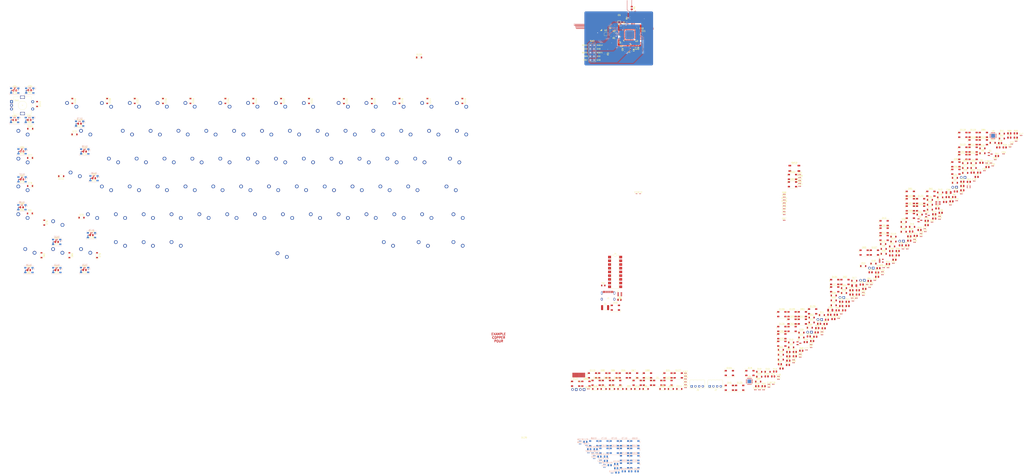
<source format=kicad_pcb>
(kicad_pcb (version 20211014) (generator pcbnew)
  (title_block (title "Joker template") (date "2021-09-11") (rev "V1.0.0") (company "Designed by Kaio Luan") (comment 1 "For the K_BOARD Project"))
  (layers (0 "F.Cu" signal) (31 "B.Cu" signal) (34 "B.Paste" user) (35 "F.Paste" user) (36 "B.SilkS" user "B.Silkscreen") (37 "F.SilkS" user "F.Silkscreen") (38 "B.Mask" user) (39 "F.Mask" user) (44 "Edge.Cuts" user))
  (net 0 "")
  (net 1 "Net-(C11-Pad2)")
  (net 2 "GND")
  (net 3 "3V3")
  (net 4 "5V")
  (net 5 "XTAL_OUT")
  (net 6 "XTAL_IN")
  (net 7 "Net-(C13-Pad1)")
  (net 8 "Net-(C15-Pad2)")
  (net 9 "Net-(C16-Pad2)")
  (net 10 "Net-(C17-Pad2)")
  (net 11 "Net-(C18-Pad2)")
  (net 12 "Net-(C19-Pad2)")
  (net 13 "Net-(C20-Pad2)")
  (net 14 "NRST")
  (net 15 "Net-(C21-Pad2)")
  (net 16 "Net-(C22-Pad2)")
  (net 17 "Net-(C23-Pad2)")
  (net 18 "Net-(C24-Pad2)")
  (net 19 "Net-(C25-Pad2)")
  (net 20 "Net-(C26-Pad2)")
  (net 21 "Net-(C27-Pad2)")
  (net 22 "Net-(C28-Pad2)")
  (net 23 "Net-(C29-Pad2)")
  (net 24 "Net-(C30-Pad2)")
  (net 25 "PB2{slash}BOOT1")
  (net 26 "Net-(C31-Pad2)")
  (net 27 "Net-(C32-Pad2)")
  (net 28 "Net-(C33-Pad2)")
  (net 29 "Net-(C34-Pad2)")
  (net 30 "RGB_3V3")
  (net 31 "Net-(C35-Pad2)")
  (net 32 "Net-(C36-Pad2)")
  (net 33 "Net-(C37-Pad2)")
  (net 34 "SWDIO")
  (net 35 "SWCLK")
  (net 36 "Net-(C38-Pad2)")
  (net 37 "Net-(C39-Pad2)")
  (net 38 "Net-(C40-Pad2)")
  (net 39 "Net-(C41-Pad2)")
  (net 40 "BOOT0")
  (net 41 "Net-(C42-Pad2)")
  (net 42 "Net-(C43-Pad2)")
  (net 43 "Net-(C44-Pad2)")
  (net 44 "Net-(C45-Pad2)")
  (net 45 "Net-(C46-Pad2)")
  (net 46 "Net-(C47-Pad2)")
  (net 47 "Net-(C48-Pad2)")
  (net 48 "Net-(C49-Pad2)")
  (net 49 "Net-(C50-Pad2)")
  (net 50 "Net-(C51-Pad2)")
  (net 51 "Net-(C52-Pad2)")
  (net 52 "Net-(C53-Pad2)")
  (net 53 "Net-(C54-Pad2)")
  (net 54 "Net-(C55-Pad2)")
  (net 55 "Net-(C56-Pad2)")
  (net 56 "Net-(C57-Pad2)")
  (net 57 "Net-(C58-Pad2)")
  (net 58 "Net-(C59-Pad2)")
  (net 59 "Encode_A")
  (net 60 "Encode_B")
  (net 61 "Net-(C64-Pad2)")
  (net 62 "Net-(C65-Pad2)")
  (net 63 "Net-(C66-Pad2)")
  (net 64 "Net-(C67-Pad2)")
  (net 65 "Net-(C68-Pad2)")
  (net 66 "Net-(C69-Pad2)")
  (net 67 "Net-(C70-Pad2)")
  (net 68 "Net-(C71-Pad2)")
  (net 69 "Net-(C72-Pad2)")
  (net 70 "Net-(C73-Pad2)")
  (net 71 "Net-(C74-Pad2)")
  (net 72 "Net-(C75-Pad2)")
  (net 73 "Net-(C76-Pad2)")
  (net 74 "Net-(C77-Pad2)")
  (net 75 "Net-(C78-Pad2)")
  (net 76 "Net-(C79-Pad2)")
  (net 77 "Net-(C80-Pad2)")
  (net 78 "Net-(C81-Pad2)")
  (net 79 "Net-(C82-Pad2)")
  (net 80 "Net-(C83-Pad2)")
  (net 81 "Net-(C84-Pad2)")
  (net 82 "Net-(C85-Pad2)")
  (net 83 "Net-(C86-Pad2)")
  (net 84 "Net-(C87-Pad2)")
  (net 85 "Net-(C88-Pad2)")
  (net 86 "Net-(C89-Pad2)")
  (net 87 "Net-(C90-Pad2)")
  (net 88 "Net-(C91-Pad2)")
  (net 89 "Net-(C96-Pad1)")
  (net 90 "RESET_OLED")
  (net 91 "Net-(C101-Pad1)")
  (net 92 "Net-(C99-Pad1)")
  (net 93 "Net-(C99-Pad2)")
  (net 94 "Net-(C100-Pad1)")
  (net 95 "Net-(C100-Pad2)")
  (net 96 "Net-(D1-Pad2)")
  (net 97 "Net-(D1-Pad4)")
  (net 98 "L2")
  (net 99 "Net-(D2-Pad2)")
  (net 100 "L3")
  (net 101 "Net-(D3-Pad2)")
  (net 102 "L4")
  (net 103 "Net-(D4-Pad2)")
  (net 104 "L5")
  (net 105 "Net-(D5-Pad2)")
  (net 106 "L6")
  (net 107 "Net-(D6-Pad2)")
  (net 108 "Net-(D34-Pad4)")
  (net 109 "Net-(D141-Pad2)")
  (net 110 "Net-(D8-Pad2)")
  (net 111 "Net-(D9-Pad2)")
  (net 112 "Net-(D10-Pad2)")
  (net 113 "Net-(D11-Pad2)")
  (net 114 "Net-(D12-Pad2)")
  (net 115 "Net-(D13-Pad2)")
  (net 116 "Net-(D13-Pad4)")
  (net 117 "Net-(D14-Pad2)")
  (net 118 "Net-(D15-Pad2)")
  (net 119 "Net-(D16-Pad2)")
  (net 120 "Net-(D17-Pad2)")
  (net 121 "Net-(D18-Pad2)")
  (net 122 "Net-(D19-Pad2)")
  (net 123 "Net-(D137-Pad2)")
  (net 124 "Net-(D20-Pad2)")
  (net 125 "Net-(D21-Pad2)")
  (net 126 "Net-(D22-Pad2)")
  (net 127 "Net-(D23-Pad2)")
  (net 128 "Net-(D24-Pad2)")
  (net 129 "Net-(D138-Pad2)")
  (net 130 "Net-(D25-Pad2)")
  (net 131 "Net-(D26-Pad2)")
  (net 132 "Net-(D27-Pad2)")
  (net 133 "Net-(D28-Pad2)")
  (net 134 "Net-(D29-Pad2)")
  (net 135 "Net-(D30-Pad2)")
  (net 136 "Net-(D31-Pad2)")
  (net 137 "Net-(D32-Pad2)")
  (net 138 "Net-(D33-Pad2)")
  (net 139 "Net-(D34-Pad2)")
  (net 140 "Net-(D35-Pad2)")
  (net 141 "Net-(D36-Pad2)")
  (net 142 "Net-(D37-Pad2)")
  (net 143 "Net-(D38-Pad2)")
  (net 144 "Net-(D39-Pad2)")
  (net 145 "Net-(D40-Pad2)")
  (net 146 "Net-(D41-Pad2)")
  (net 147 "Net-(D42-Pad2)")
  (net 148 "Net-(D43-Pad2)")
  (net 149 "Net-(D44-Pad2)")
  (net 150 "Net-(D45-Pad2)")
  (net 151 "Net-(D46-Pad2)")
  (net 152 "Net-(D47-Pad2)")
  (net 153 "Net-(D48-Pad2)")
  (net 154 "Net-(D49-Pad2)")
  (net 155 "Net-(D50-Pad2)")
  (net 156 "Net-(D51-Pad2)")
  (net 157 "Net-(D52-Pad2)")
  (net 158 "Net-(D53-Pad2)")
  (net 159 "Net-(D54-Pad2)")
  (net 160 "Net-(D55-Pad2)")
  (net 161 "Net-(D56-Pad2)")
  (net 162 "Net-(D57-Pad2)")
  (net 163 "Net-(D58-Pad2)")
  (net 164 "Net-(D59-Pad2)")
  (net 165 "Net-(D60-Pad2)")
  (net 166 "Net-(D61-Pad2)")
  (net 167 "Net-(D62-Pad2)")
  (net 168 "Net-(D63-Pad2)")
  (net 169 "Net-(D64-Pad2)")
  (net 170 "Net-(D65-Pad2)")
  (net 171 "Net-(D66-Pad2)")
  (net 172 "Net-(D67-Pad2)")
  (net 173 "Net-(D68-Pad2)")
  (net 174 "Net-(D69-Pad2)")
  (net 175 "Net-(D70-Pad2)")
  (net 176 "Net-(D71-Pad2)")
  (net 177 "Net-(D72-Pad2)")
  (net 178 "Net-(D73-Pad2)")
  (net 179 "Net-(D74-Pad2)")
  (net 180 "Net-(D75-Pad2)")
  (net 181 "Net-(D76-Pad2)")
  (net 182 "Net-(D77-Pad2)")
  (net 183 "Net-(D78-Pad2)")
  (net 184 "Net-(D79-Pad2)")
  (net 185 "Net-(D80-Pad2)")
  (net 186 "Net-(D81-Pad2)")
  (net 187 "Net-(D82-Pad2)")
  (net 188 "Net-(D83-Pad2)")
  (net 189 "Net-(D85-Pad2)")
  (net 190 "Net-(D86-Pad2)")
  (net 191 "Net-(D87-Pad2)")
  (net 192 "Net-(D88-Pad2)")
  (net 193 "Net-(D89-Pad2)")
  (net 194 "Net-(D90-Pad2)")
  (net 195 "Net-(D91-Pad2)")
  (net 196 "Net-(D92-Pad2)")
  (net 197 "Net-(D93-Pad2)")
  (net 198 "Net-(D94-Pad2)")
  (net 199 "Net-(D100-Pad4)")
  (net 200 "Net-(D105-Pad4)")
  (net 201 "Net-(D101-Pad4)")
  (net 202 "Net-(D102-Pad4)")
  (net 203 "Net-(D103-Pad4)")
  (net 204 "Net-(D100-Pad2)")
  (net 205 "Net-(D101-Pad2)")
  (net 206 "Net-(D102-Pad2)")
  (net 207 "Net-(D103-Pad2)")
  (net 208 "Net-(D104-Pad2)")
  (net 209 "Net-(D105-Pad2)")
  (net 210 "Net-(D106-Pad2)")
  (net 211 "Net-(D107-Pad2)")
  (net 212 "Net-(D108-Pad2)")
  (net 213 "Net-(D109-Pad2)")
  (net 214 "Net-(D110-Pad2)")
  (net 215 "Net-(D111-Pad2)")
  (net 216 "Net-(D112-Pad2)")
  (net 217 "Net-(D113-Pad2)")
  (net 218 "Net-(D114-Pad2)")
  (net 219 "Net-(D115-Pad2)")
  (net 220 "Net-(D116-Pad2)")
  (net 221 "Net-(D117-Pad2)")
  (net 222 "Net-(D118-Pad2)")
  (net 223 "Net-(D119-Pad2)")
  (net 224 "Net-(D120-Pad2)")
  (net 225 "Net-(D121-Pad2)")
  (net 226 "Net-(D122-Pad2)")
  (net 227 "Net-(D123-Pad2)")
  (net 228 "Net-(D124-Pad2)")
  (net 229 "Net-(C116-Pad2)")
  (net 230 "Net-(D126-Pad2)")
  (net 231 "Net-(D127-Pad2)")
  (net 232 "Net-(D128-Pad2)")
  (net 233 "Net-(D136-Pad4)")
  (net 234 "Net-(D130-Pad2)")
  (net 235 "Net-(D131-Pad2)")
  (net 236 "Net-(D132-Pad2)")
  (net 237 "Net-(D133-Pad2)")
  (net 238 "Net-(D134-Pad2)")
  (net 239 "RGB_5V")
  (net 240 "Net-(D135-Pad2)")
  (net 241 "RGB_OUT_5V")
  (net 242 "Net-(D142-Pad2)")
  (net 243 "E_S2")
  (net 244 "Net-(D145-Pad1)")
  (net 245 "Net-(D145-Pad2)")
  (net 246 "VBUS")
  (net 247 "GNDPWR")
  (net 248 "Net-(J1-PadA5)")
  (net 249 "DATA_BUS +")
  (net 250 "DATA_BUS -")
  (net 252 "Net-(J1-PadB5)")
  (net 254 "EEPROM_SCL")
  (net 255 "EEPROM_SDA")
  (net 256 "E_PA0-WKUP")
  (net 257 "E_PA1")
  (net 258 "E_PA2")
  (net 259 "E_PA3")
  (net 260 "E_PA4")
  (net 261 "E_PA7")
  (net 262 "E_PA10")
  (net 263 "E_PA15")
  (net 264 "E_PB0")
  (net 265 "E_PB1")
  (net 266 "E_PB5")
  (net 267 "E_PB8")
  (net 268 "E_PB9")
  (net 269 "E_PB12")
  (net 270 "E_PB13")
  (net 271 "E_PB14")
  (net 272 "E_PB15")
  (net 273 "E_PC13")
  (net 274 "Net-(LED1-PadA)")
  (net 275 "Net-(LED1-PadK)")
  (net 276 "Net-(LED2-PadK)")
  (net 277 "Net-(LED3-PadA)")
  (net 278 "Net-(LED4-PadA)")
  (net 279 "Net-(LED5-PadA)")
  (net 280 "Net-(LED6-PadA)")
  (net 281 "Net-(LED7-PadA)")
  (net 282 "Net-(LED8-PadA)")
  (net 283 "Net-(LED9-PadA)")
  (net 284 "Net-(LED10-PadA)")
  (net 285 "Net-(Q1-Pad1)")
  (net 286 "Net-(Q1-Pad3)")
  (net 287 "Net-(Q2-Pad1)")
  (net 288 "Net-(Q3-Pad1)")
  (net 289 "Net-(Q3-Pad3)")
  (net 290 "Net-(Q4-Pad1)")
  (net 291 "Net-(Q4-Pad3)")
  (net 292 "Net-(R5-Pad2)")
  (net 293 "DATA_USB +")
  (net 294 "Net-(R55-Pad2)")
  (net 295 "Net-(R84-Pad2)")
  (net 296 "Net-(R85-Pad2)")
  (net 297 "BACKLIGHT_3V3")
  (net 298 "Net-(R100-Pad1)")
  (net 299 "Net-(R102-Pad2)")
  (net 300 "Net-(R103-Pad2)")
  (net 301 "Net-(R104-Pad2)")
  (net 302 "Net-(R105-Pad2)")
  (net 303 "C1")
  (net 304 "C14")
  (net 305 "C2")
  (net 306 "C3")
  (net 307 "C4")
  (net 308 "C5")
  (net 309 "C6")
  (net 310 "C7")
  (net 311 "C8")
  (net 312 "C9")
  (net 313 "C10")
  (net 314 "C11")
  (net 315 "C12")
  (net 316 "C13")
  (net 317 "C15")
  (net 318 "C16")
  (net 319 "DATA_USB -")
  (net 322 "L1")
  (net 334 "Net-(D146-Pad2)")
  (net 335 "Net-(D147-Pad2)")
  (net 336 "Net-(D148-Pad2)")
  (net 337 "Net-(D149-Pad2)")
  (net 338 "Net-(D150-Pad2)")
  (net 339 "Net-(D151-Pad2)")
  (net 340 "Net-(D152-Pad2)")
  (net 341 "Net-(D153-Pad2)")
  (net 342 "Net-(D154-Pad2)")
  (net 343 "Net-(D155-Pad2)")
  (net 344 "Net-(D156-Pad2)")
  (net 345 "Net-(D157-Pad2)")
  (net 346 "Net-(D158-Pad2)")
  (net 347 "Net-(D159-Pad2)")
  (net 348 "Net-(D160-Pad2)")
  (net 349 "Net-(D161-Pad2)")
  (net 350 "Net-(C102-Pad2)")
  (net 351 "Net-(C103-Pad2)")
  (net 352 "Net-(C104-Pad2)")
  (net 353 "Net-(C105-Pad2)")
  (net 354 "Net-(C106-Pad2)")
  (net 355 "Net-(C107-Pad2)")
  (net 356 "Net-(C108-Pad2)")
  (net 357 "Net-(C109-Pad2)")
  (net 358 "Net-(C110-Pad2)")
  (net 359 "Net-(C111-Pad2)")
  (net 360 "Net-(C112-Pad2)")
  (net 361 "Net-(C113-Pad2)")
  (net 362 "Net-(C114-Pad2)")
  (net 363 "Net-(C115-Pad2)")
  (net 364 "Net-(D134-Pad4)")
  (net 365 "Net-(D162-Pad2)")
  (net 366 "Net-(D163-Pad2)")
  (net 367 "Net-(D164-Pad2)")
  (net 368 "Net-(D165-Pad2)")
  (net 369 "Net-(D166-Pad2)")
  (net 370 "Net-(D167-Pad2)")
  (net 371 "Net-(D168-Pad2)")
  (net 372 "Net-(D169-Pad2)")
  (net 373 "Net-(D170-Pad2)")
  (net 374 "Net-(D171-Pad2)")
  (net 375 "Net-(D172-Pad2)")
  (net 376 "Net-(D173-Pad2)")
  (net 377 "Net-(D174-Pad2)")
  (net 378 "Net-(D130-Pad4)")
  (net 379 "Net-(D132-Pad4)")
  (footprint "Diode_SMD:D_SOD-123" (layer "F.Cu") (at 688.409972 138.249999)
    (fp_text reference "D16")
    (fp_text value "1N4148W")
  )
  (footprint "LED_SMD:LED_SK6812_PLCC4_5.0x5.0mm_P3.2mm" (layer "F.Cu") (at 488.164972 265.249999)
    (fp_text reference "D121")
    (fp_text value "WS2812B-Mini")
  )
  (footprint "Resistor_SMD:R_0805_2012Metric" (layer "F.Cu") (at 720.759972 117.499999)
    (fp_text reference "R69")
    (fp_text value "5.1R")
  )
  (footprint "Capacitor_SMD:C_0402_1005Metric" (layer "F.Cu") (at 687.979972 153.229999)
    (fp_text reference "C40")
    (fp_text value "100n")
  )
  (footprint "Diode_SMD:D_SOD-123" (layer "F.Cu") (at 75.549972 155.549999 -90)
    (fp_text reference "D79")
    (fp_text value "1N4148W")
  )
  (footprint "Capacitor_SMD:C_0402_1005Metric" (layer "F.Cu") (at 648.879972 189.209999)
    (fp_text reference "C56")
    (fp_text value "100n")
  )
  (footprint "acheron_Connectors:USB_C_Receptacle_Hroparts_TYPE-C-31-M-12" (layer "F.Cu") (at 461.224972 202.274999)
    (property "Reference" "J?")
    (property "Value" "TYPE-C-31-M-12")
    (fp_text reference "J1")
    (fp_text value "TYPE-C-31-M-12")
  )
  (footprint "Capacitor_SMD:C_0402_1005Metric" (layer "F.Cu") (at 60.142472 143.549999 180)
    (fp_text reference "C88")
    (fp_text value "100n")
  )
  (footprint "Resistor_SMD:R_0402_1005Metric" (layer "F.Cu") (at 592.349972 128.689999)
    (fp_text reference "R95")
    (fp_text value "100R")
  )
  (footprint "Diode_SMD:D_SOD-123" (layer "F.Cu") (at 698.499972 124.899999)
    (fp_text reference "D25")
    (fp_text value "1N4148W")
  )
  (footprint "Capacitor_SMD:C_0402_1005Metric" (layer "F.Cu") (at 718.649972 119.959999)
    (fp_text reference "C68")
    (fp_text value "100n")
  )
  (footprint "acheron_Components:TSSOP-8_4.4x3mm_P0.65mm" (layer "F.Cu") (at 459.670001 26.249998)
    (fp_text reference "U1")
    (fp_text value "AT24C256C-SSHL-T")
  )
  (footprint "Capacitor_SMD:C_0402_1005Metric" (layer "F.Cu") (at 711.629972 127.109999)
    (fp_text reference "C39")
    (fp_text value "100n")
  )
  (footprint "Diode_SMD:D_SOD-123" (layer "F.Cu") (at 635.749972 185.299999)
    (fp_text reference "D53")
    (fp_text value "1N4148W")
  )
  (footprint "Capacitor_SMD:C_0402_1005Metric" (layer "F.Cu") (at 597.019972 242.759999)
    (fp_text reference "C77")
    (fp_text value "100n")
  )
  (footprint "LED_SMD:LED_SK6812_PLCC4_5.0x5.0mm_P3.2mm" (layer "F.Cu") (at 699.134972 115.649999)
    (fp_text reference "D99")
    (fp_text value "WS2812B-Mini")
  )
  (footprint "Diode_SMD:D_SOD-123" (layer "F.Cu") (at 65.849972 111.249999 180)
    (fp_text reference "D77")
    (fp_text value "1N4148W")
  )
  (footprint "Diode_SMD:D_SOD-123" (layer "F.Cu") (at 361.549972 72.249999 -90)
    (fp_text reference "D146")
    (fp_text value "1N4148W")
  )
  (footprint "Capacitor_SMD:C_0402_1005Metric" (layer "F.Cu") (at 631.009972 207.259999)
    (fp_text reference "C52")
    (fp_text value "100n")
  )
  (footprint "LED_SMD:LED_SK6812_PLCC4_5.0x5.0mm_P3.2mm" (layer "F.Cu") (at 467.104972 265.249999)
    (fp_text reference "D110")
    (fp_text value "WS2812B-Mini")
  )
  (footprint "Resistor_SMD:R_0805_2012Metric" (layer "F.Cu") (at 603.919972 230.719999)
    (fp_text reference "R42")
    (fp_text value "5.1R")
  )
  (footprint "Capacitor_SMD:C_0402_1005Metric" (layer "F.Cu") (at 678.179972 161.679999)
    (fp_text reference "C34")
    (fp_text value "100n")
  )
  (footprint "Resistor_SMD:R_0805_2012Metric" (layer "F.Cu") (at 615.349972 221.599999)
    (fp_text reference "R105")
    (fp_text value "4.7k")
  )
  (footprint "Resistor_SMD:R_0805_2012Metric" (layer "F.Cu") (at 107.894972 164.059999)
    (fp_text reference "R126")
    (fp_text value "5.1R")
  )
  (footprint "acheron_MX_soldermask:MX100" (layer "F.Cu") (at 222.289972 154.899999)
    (fp_text reference "SW44")
    (fp_text value "Mechanical_Switch")
  )
  (footprint "Capacitor_SMD:C_0402_1005Metric" (layer "F.Cu") (at 55.249972 83.649999)
    (fp_text reference "C85")
    (fp_text value "100n")
  )
  (footprint "acheron_MX_soldermask:MX100" (layer "F.Cu") (at 212.749972 135.849999)
    (fp_text reference "SW43")
    (fp_text value "Mechanical_Switch")
  )
  (footprint "Resistor_SMD:R_0402_1005Metric" (layer "F.Cu") (at 592.349972 126.699999)
    (fp_text reference "R111")
    (fp_text value "10K")
  )
  (footprint "acheron_MX_soldermask:MX100" (layer "F.Cu") (at 103.239972 178.729999)
    (fp_text reference "SW76")
    (fp_text value "Mechanical_Switch")
  )
  (footprint "LED_SMD:LED_SK6812_PLCC4_5.0x5.0mm_P3.2mm" (layer "F.Cu") (at 502.204972 260.199999)
    (fp_text reference "D34")
    (fp_text value "WS2812B-Mini")
  )
  (footprint "acheron_MX_soldermask:MX100" (layer "F.Cu") (at 160.339972 116.779999)
    (fp_text reference "SW57")
    (fp_text value "Mechanical_Switch")
  )
  (footprint "Resistor_SMD:R_0402_1005Metric" (layer "F.Cu") (at 581.669972 138.109999)
    (fp_text reference "R91")
    (fp_text value "10k")
  )
  (footprint "Diode_SMD:D_SOD-123" (layer "F.Cu") (at 509.929972 269.449999)
    (fp_text reference "D144")
    (fp_text value "1N4148W")
  )
  (footprint "Capacitor_SMD:C_0402_1005Metric" (layer "F.Cu") (at 65.399972 83.699999)
    (fp_text reference "C91")
    (fp_text value "100n")
  )
  (footprint "Capacitor_SMD:C_0402_1005Metric" (layer "F.Cu") (at 514.169972 258.659999)
    (fp_text reference "C62")
    (fp_text value "100n")
  )
  (footprint "Diode_SMD:D_SOD-123" (layer "F.Cu") (at 579.439972 249.349999)
    (fp_text reference "D4")
    (fp_text value "1N4148W")
  )
  (footprint "Package_TO_SOT_SMD:SOT-363_SC-70-6" (layer "F.Cu") (at 707.909972 130.999999)
    (fp_text reference "U4")
    (fp_text value "TXS0101DCKR")
  )
  (footprint "Diode_SMD:D_SOD-123" (layer "F.Cu") (at 65.849972 130.449999 180)
    (fp_text reference "D78")
    (fp_text value "1N4148W")
  )
  (footprint "Capacitor_SMD:C_0402_1005Metric" (layer "F.Cu") (at 99.749972 86.149999 180)
    (fp_text reference "C115")
    (fp_text value "100n")
  )
  (footprint "LED_SMD:LED_SK6812_PLCC4_5.0x5.0mm_P3.2mm" (layer "F.Cu") (at 667.984972 145.849999)
    (fp_text reference "D87")
    (fp_text value "WS2812B-Mini")
  )
  (footprint "Diode_SMD:D_SOD-123" (layer "F.Cu") (at 475.429972 269.449999)
    (property "Reference" "D84")
    (property "Value" "ZRE B5819W-SL")
    (fp_text reference "D84")
    (fp_text value "ZRE B5819W-SL")
  )
  (footprint "Capacitor_SMD:C_0402_1005Metric" (layer "F.Cu") (at 723.139972 114.759999)
    (fp_text reference "C17")
    (fp_text value "100n")
  )
  (footprint "Diode_SMD:D_SOD-123" (layer "F.Cu") (at 73.649972 177.849999 90)
    (fp_text reference "D82")
    (fp_text value "1N4148W")
  )
  (footprint "Diode_SMD:D_SOD-123" (layer "F.Cu") (at 579.439972 245.999999)
    (fp_text reference "D18")
    (fp_text value "1N4148W")
  )
  (footprint "LED_SMD:LED_SK6812_PLCC4_5.0x5.0mm_P3.2mm" (layer "F.Cu") (at 509.224972 260.199999)
    (fp_text reference "D127")
    (fp_text value "WS2812B-Mini")
  )
  (footprint "Resistor_SMD:R_0805_2012Metric" (layer "F.Cu") (at 596.429972 237.349999)
    (fp_text reference "R18")
    (fp_text value "5.1R")
  )
  (footprint "acheron_Components:0.96 OLED Display" (layer "F.Cu") (at 441.154972 261.524999)
    (fp_text reference "U7")
    (fp_text value "0.96'_display_OLED")
  )
  (footprint "Capacitor_SMD:C_0402_1005Metric" (layer "F.Cu") (at 670.899972 169.039999)
    (fp_text reference "C16")
    (fp_text value "100n")
  )
  (footprint "Capacitor_SMD:C_0402_1005Metric" (layer "F.Cu") (at 472.619973 36.749998 -90)
    (fp_text reference "C9")
    (fp_text value "8p")
  )
  (footprint "Resistor_SMD:R_0805_2012Metric" (layer "F.Cu") (at 679.169972 154.299999)
    (fp_text reference "R104")
    (fp_text value "4.7k")
  )
  (footprint "Diode_SMD:D_SOD-123" (layer "F.Cu") (at 705.519972 118.149999)
    (fp_text reference "D27")
    (fp_text value "1N4148W")
  )
  (footprint "Resistor_SMD:R_0805_2012Metric" (layer "F.Cu") (at 710.599972 121.299999)
    (fp_text reference "R60")
    (fp_text value "5.1R")
  )
  (footprint "Capacitor_SMD:C_0402_1005Metric" (layer "F.Cu") (at 635.749972 205.349999)
    (fp_text reference "C29")
    (fp_text value "100n")
  )
  (footprint "Resistor_SMD:R_0805_2012Metric" (layer "F.Cu") (at 65.349972 85.249999)
    (fp_text reference "R83")
    (fp_text value "5.1R")
  )
  (footprint "Capacitor_SMD:C_0805_2012Metric" (layer "F.Cu") (at 469.009972 208.399999)
    (fp_text reference "C95")
    (fp_text value "1u")
  )
  (footprint "Resistor_SMD:R_0402_1005Metric" (layer "F.Cu") (at 447.689972 269.399999)
    (fp_text reference "R106")
    (fp_text value "100R")
  )
  (footprint "Diode_SMD:D_SOD-123" (layer "F.Cu") (at 137.449972 72.249999 -90)
    (fp_text reference "D157")
    (fp_text value "1N4148W")
  )
  (footprint "Resistor_SMD:R_0402_1005Metric" (layer "F.Cu") (at 581.669972 136.119999)
    (fp_text reference "R88")
    (fp_text value "100R")
  )
  (footprint "acheron_Components:LED_THT_2.54mm" (layer "F.Cu") (at 621.159372 206.839399)
    (fp_text reference "LED2")
    (fp_text value "LED" hide)
  )
  (footprint "Diode_SMD:D_SOD-123" (layer "F.Cu") (at 570.379972 257.699999)
    (fp_text reference "D15")
    (fp_text value "1N4148W")
  )
  (footprint "Capacitor_SMD:C_0402_1005Metric" (layer "F.Cu") (at 581.649972 146.059999)
    (fp_text reference "C79")
    (fp_text value "100n")
  )
  (footprint "Capacitor_SMD:C_0402_1005Metric" (layer "F.Cu") (at 514.239972 268.509999)
    (fp_text reference "C53")
    (fp_text value "100n")
  )
  (footprint "LED_SMD:LED_SK6812_PLCC4_5.0x5.0mm_P3.2mm" (layer "F.Cu") (at 471.614972 260.199999)
    (fp_text reference "D55")
    (fp_text value "WS2812B-Mini")
  )
  (footprint "acheron_MX_soldermask:MX100" (layer "F.Cu") (at 184.189972 154.879999)
    (fp_text reference "SW54")
    (fp_text value "Mechanical_Switch")
  )
  (footprint "LED_SMD:LED_SK6812_PLCC4_5.0x5.0mm_P3.2mm" (layer "F.Cu") (at 587.094972 223.299999)
    (fp_text reference "D29")
    (fp_text value "WS2812B-Mini")
  )
  (footprint "Capacitor_SMD:C_0402_1005Metric" (layer "F.Cu") (at 740.319972 99.809999)
    (fp_text reference "C58")
    (fp_text value "100n")
  )
  (footprint "Package_TO_SOT_SMD:SOT-23" (layer "F.Cu") (at 674.519972 153.949999)
    (fp_text reference "Q2")
    (fp_text value "AO3401A")
  )
  (footprint "Resistor_SMD:R_0805_2012Metric" (layer "F.Cu") (at 578.769972 252.499999)
    (fp_text reference "R27")
    (fp_text value "5.1R")
  )
  (footprint "Resistor_SMD:R_0805_2012Metric" (layer "F.Cu") (at 588.969972 244.099999)
    (fp_text reference "R13")
    (fp_text value "5.1R")
  )
  (footprint "LED_SMD:LED_SK6812_PLCC4_5.0x5.0mm_P3.2mm" (layer "F.Cu") (at 667.984972 135.749999)
    (fp_text reference "D91")
    (fp_text value "WS2812B-Mini")
  )
  (footprint "Resistor_SMD:R_0805_2012Metric" (layer "F.Cu") (at 707.989972 127.599999)
    (fp_text reference "R63")
    (fp_text value "5.1R")
  )
  (footprint "Capacitor_SMD:C_0402_1005Metric" (layer "F.Cu") (at 564.789972 270.009999)
    (fp_text reference "C72")
    (fp_text value "100n")
  )
  (footprint "Capacitor_SMD:C_0402_1005Metric" (layer "F.Cu") (at 482.670001 24.349999 180)
    (fp_text reference "C11")
    (fp_text value "4.7u")
  )
  (footprint "Capacitor_SMD:C_0402_1005Metric" (layer "F.Cu") (at 462.670001 23.549999 180)
    (fp_text reference "C1")
    (fp_text value "100n")
  )
  (footprint "Resistor_SMD:R_0805_2012Metric" (layer "F.Cu") (at 103.149972 187.949999)
    (fp_text reference "R73")
    (fp_text value "5.1R")
  )
  (footprint "Resistor_SMD:R_0805_2012Metric" (layer "F.Cu") (at 632.109972 204.799999)
    (fp_text reference "R71")
    (fp_text value "5.1R")
  )
  (footprint "acheron_MX_soldermask:MX100" (layer "F.Cu") (at 155.639972 135.829999)
    (fp_text reference "SW58")
    (fp_text value "Mechanical_Switch")
  )
  (footprint "acheron_MX_soldermask:MX100" (layer "F.Cu") (at 236.589972 78.679999)
    (fp_text reference "SW50")
    (fp_text value "Mechanical_Switch")
  )
  (footprint "acheron_MX_soldermask:MX100" (layer "F.Cu") (at 255.639972 116.779999)
    (fp_text reference "SW31")
    (fp_text value "Mechanical_Switch")
  )
  (footprint "Resistor_SMD:R_0805_2012Metric" (layer "F.Cu") (at 620.679972 212.669999)
    (fp_text reference "R37")
    (fp_text value "5.1R")
  )
  (footprint "Resistor_SMD:R_0805_2012Metric" (layer "F.Cu") (at 60.162472 145.049999)
    (fp_text reference "R80")
    (fp_text value "5.1R")
  )
  (footprint "Resistor_SMD:R_0805_2012Metric" (layer "F.Cu") (at 477.419973 8.55 -90)
    (fp_text reference "R5")
    (fp_text value "0R")
  )
  (footprint "Diode_SMD:D_SOD-123" (layer "F.Cu") (at 698.499972 128.249999)
    (fp_text reference "D2")
    (fp_text value "1N4148W")
  )
  (footprint "acheron_MX_soldermask:MX100" (layer "F.Cu") (at 336.579972 154.899999)
    (fp_text reference "SW11")
    (fp_text value "Mechanical_Switch")
  )
  (footprint "Package_TO_SOT_SMD:SOT-23" (layer "F.Cu") (at 591.779972 238.149999)
    (fp_text reference "Q4")
    (fp_text value "2N7002")
  )
  (footprint "Capacitor_SMD:C_0402_1005Metric" (layer "F.Cu") (at 737.449972 101.779999)
    (fp_text reference "C32")
    (fp_text value "100n")
  )
  (footprint "LED_SMD:LED_SK6812_PLCC4_5.0x5.0mm_P3.2mm" (layer "F.Cu") (at 616.234972 201.249999)
    (fp_text reference "D7")
    (fp_text value "WS2812B-Mini")
  )
  (footprint "acheron_MX_soldermask:MX100" (layer "F.Cu") (at 255.639972 78.729999)
    (fp_text reference "SW45")
    (fp_text value "Mechanical_Switch")
  )
  (footprint "LED_SMD:LED_SK6812_PLCC4_5.0x5.0mm_P3.2mm" (layer "F.Cu") (at 717.934972 100.499999)
    (fp_text reference "D122")
    (fp_text value "WS2812B-Mini")
  )
  (footprint "Diode_SMD:D_SOD-123" (layer "F.Cu") (at 663.449972 155.099999)
    (fp_text reference "D30")
    (fp_text value "1N4148W")
  )
  (footprint "Diode_SMD:D_SOD-123" (layer "F.Cu") (at 318.549972 72.249999 -90)
    (fp_text reference "D148")
    (fp_text value "1N4148W")
  )
  (footprint "Capacitor_SMD:C_1206_3216Metric" (layer "F.Cu") (at 613.219972 215.499999)
    (fp_text reference "C98")
    (fp_text value "4.7u")
  )
  (footprint "acheron_MX_soldermask:MX100" (layer "F.Cu") (at 279.439972 78.679999)
    (fp_text reference "SW40")
    (fp_text value "Mechanical_Switch")
  )
  (footprint "Capacitor_SMD:C_0402_1005Metric" (layer "F.Cu") (at 662.959972 173.579999)
    (fp_text reference "C70")
    (fp_text value "100n")
  )
  (footprint "acheron_Components:STM_UFQFPN-48_LQFP-48-1EP_7x7mm_P0.5mm_HandSoldering_ThermalReliefs" (layer "F.Cu") (at 476.019973 26.899998 90)
    (fp_text reference "U2")
    (fp_text value "STM32F411CEU6")
  )
  (footprint "LED_SMD:LED_SK6812_PLCC4_5.0x5.0mm_P3.2mm" (layer "F.Cu") (at 544.204972 268.649999)
    (fp_text reference "D45")
    (fp_text value "WS2812B-Mini")
  )
  (footprint "acheron_MX_soldermask:MX100" (layer "F.Cu") (at 60.349972 135.849999)
    (fp_text reference "SW78")
    (fp_text value "Mechanical_Switch")
  )
  (footprint "Capacitor_SMD:C_0402_1005Metric" (layer "F.Cu") (at 581.649972 148.029999)
    (fp_text reference "C57")
    (fp_text value "100n")
  )
  (footprint "Keebio-Parts:RotaryEncoder_Alps_EC11E-Switch_Vertical_H20mm" (layer "F.Cu") (at 60.649972 75.249999)
    (fp_text reference "SW1")
    (fp_text value "EC11E1544407")
  )
  (footprint "Resistor_SMD:R_0805_2012Metric" (layer "F.Cu") (at 716.629972 114.549999)
    (fp_text reference "R6")
    (fp_text value "100k")
  )
  (footprint "Diode_SMD:D_SOD-123" (layer "F.Cu") (at 615.599972 205.449999)
    (fp_text reference "D56")
    (fp_text value "1N4148W")
  )
  (footprint "acheron_MX_soldermask:MX100" (layer "F.Cu") (at 317.549972 154.899999)
    (fp_text reference "SW17")
    (fp_text value "Mechanical_Switch")
  )
  (footprint "acheron_Components:LED_THT_2.54mm" (layer "F.Cu") (at 641.309372 186.689399)
    (fp_text reference "LED7")
    (fp_text value "LED" hide)
  )
  (footprint "acheron_MX_soldermask:MX125" (layer "F.Cu") (at 357.989972 173.929999)
    (fp_text reference "SW6")
    (fp_text value "Mechanical_Switch")
  )
  (footprint "Resistor_SMD:R_0805_2012Metric" (layer "F.Cu") (at 55.249972 85.249999)
    (fp_text reference "R77")
    (fp_text value "5.1R")
  )
  (footprint "Capacitor_SMD:C_0402_1005Metric" (layer "F.Cu") (at 648.879972 191.179999)
    (fp_text reference "C13")
    (fp_text value "10u")
  )
  (footprint "Resistor_SMD:R_0805_2012Metric" (layer "F.Cu") (at 740.099972 97.349999)
    (fp_text reference "R47")
    (fp_text value "5.1R")
  )
  (footprint "Diode_SMD:D_SOD-123" (layer "F.Cu") (at 705.519972 114.799999)
    (fp_text reference "D65")
    (fp_text value "1N4148W")
  )
  (footprint "Diode_SMD:D_SOD-123" (layer "F.Cu") (at 481.179972 269.449999)
    (fp_text reference "D12")
    (fp_text value "1N4148W")
  )
  (footprint "LED_SMD:LED_SK6812_PLCC4_5.0x5.0mm_P3.2mm" (layer "F.Cu") (at 675.004972 140.799999)
    (fp_text reference "D120")
    (fp_text value "WS2812B-Mini")
  )
  (footprint "acheron_MX_soldermask:MX125" (layer "F.Cu") (at 357.999972 154.899999)
    (fp_text reference "SW5")
    (fp_text value "Mechanical_Switch")
  )
  (footprint "acheron_MX_soldermask:MX100" (layer "F.Cu") (at 246.089972 97.729999)
    (fp_text reference "SW35")
    (fp_text value "Mechanical_Switch")
  )
  (footprint "Diode_SMD:D_SOD-123" (layer "F.Cu") (at 65.949972 91.249999 180)
    (fp_text reference "D161")
    (fp_text value "1N4148W")
  )
  (footprint "Capacitor_SMD:C_0402_1005Metric" (layer "F.Cu") (at 675.309972 163.059999)
    (fp_text reference "C46")
    (fp_text value "100n")
  )
  (footprint "Resistor_SMD:R_0805_2012Metric" (layer "F.Cu") (at 608.719972 227.899999)
    (fp_text reference "R24")
    (fp_text value "5.1R")
  )
  (footprint "Resistor_SMD:R_0805_2012Metric" (layer "F.Cu") (at 632.109972 201.849999)
    (fp_text reference "R11")
    (fp_text value "5.1R")
  )
  (footprint "Diode_SMD:D_SOD-123" (layer "F.Cu") (at 717.299972 104.699999)
    (fp_text reference "D20")
    (fp_text value "1N4148W")
  )
  (footprint "Diode_SMD:D_SOD-123" (layer "F.Cu") (at 663.449972 158.449999)
    (fp_text reference "D47")
    (fp_text value "1N4148W")
  )
  (footprint "Capacitor_SMD:C_0402_1005Metric" (layer "F.Cu") (at 571.279972 266.259999)
    (fp_text reference "C49")
    (fp_text value "100n")
  )
  (footprint "Resistor_SMD:R_0805_2012Metric" (layer "F.Cu") (at 732.539972 104.049999)
    (fp_text reference "R58")
    (fp_text value "5.1R")
  )
  (footprint "acheron_MX_soldermask:MX100" (layer "F.Cu") (at 307.999972 135.849999)
    (fp_text reference "SW16")
    (fp_text value "Mechanical_Switch")
  )
  (footprint "acheron_MX_soldermask:MX100" (layer "F.Cu") (at 84.189972 159.679999)
    (fp_text reference "SW79")
    (fp_text value "Mechanical_Switch")
  )
  (footprint "Diode_SMD:D_SOD-123" (layer "F.Cu") (at 452.429972 269.449999)
    (fp_text reference "D49")
    (fp_text value "1N4148W")
  )
  (footprint "acheron_MX_soldermask:MX100" (layer "F.Cu") (at 341.339972 97.779999)
    (fp_text reference "SW8")
    (fp_text value "Mechanical_Switch")
  )
  (footprint "Capacitor_SMD:C_0402_1005Metric" (layer "F.Cu") (at 600.069972 241.049999)
    (fp_text reference "C97")
    (fp_text value "10u")
  )
  (footprint "Resistor_SMD:R_0805_2012Metric" (layer "F.Cu") (at 579.869972 255.449999)
    (fp_text reference "R61")
    (fp_text value "5.1R")
  )
  (footprint "Diode_SMD:D_SOD-123" (layer "F.Cu") (at 463.929972 269.449999)
    (fp_text reference "D26")
    (fp_text value "1N4148W")
  )
  (footprint "acheron_MX_soldermask:MX100" (layer "F.Cu") (at 146.089972 173.979999)
    (fp_text reference "SW66")
    (fp_text value "Mechanical_Switch")
  )
  (footprint "Diode_SMD:D_SOD-123" (layer "F.Cu") (at 730.609972 94.599999)
    (fp_text reference "D41")
    (fp_text value "1N4148W")
  )
  (footprint "acheron_Components:LED_THT_2.54mm" (layer "F.Cu") (at 704.059372 124.639399)
    (fp_text reference "LED10")
    (fp_text value "LED" hide)
  )
  (footprint "acheron_MX_soldermask:MX100" (layer "F.Cu") (at 284.189972 97.729999)
    (fp_text reference "SW25")
    (fp_text value "Mechanical_Switch")
  )
  (footprint "acheron_MX_soldermask:MX100" (layer "F.Cu") (at 217.539972 78.679999)
    (fp_text reference "SW55")
    (fp_text value "Mechanical_Switch")
  )
  (footprint "LED_SMD:LED_SK6812_PLCC4_5.0x5.0mm_P3.2mm" (layer "F.Cu") (at 544.204972 258.549999)
    (fp_text reference "D104")
    (fp_text value "WS2812B-Mini")
  )
  (footprint "Capacitor_SMD:C_0402_1005Metric" (layer "F.Cu") (at 743.739972 95.879999)
    (fp_text reference "C47")
    (fp_text value "100n")
  )
  (footprint "Capacitor_SMD:C_0402_1005Metric" (layer "F.Cu") (at 677.919972 159.709999)
    (fp_text reference "C74")
    (fp_text value "100n")
  )
  (footprint "Resistor_SMD:R_0805_2012Metric" (layer "F.Cu") (at 729.399972 101.099999)
    (fp_text reference "R45")
    (fp_text value "5.1R")
  )
  (footprint "LED_SMD:LED_SK6812_PLCC4_5.0x5.0mm_P3.2mm" (layer "F.Cu") (at 623.254972 196.199999)
    (fp_text reference "D92")
    (fp_text value "WS2812B-Mini")
  )
  (footprint "Diode_SMD:D_SOD-123" (layer "F.Cu") (at 717.299972 108.049999)
    (fp_text reference "D8")
    (fp_text value "1N4148W")
  )
  (footprint "LED_SMD:LED_SK6812_PLCC4_5.0x5.0mm_P3.2mm" (layer "F.Cu") (at 495.184972 265.249999)
    (fp_text reference "D1")
    (fp_text value "WS2812B-Mini")
  )
  (footprint "Diode_SMD:D_SOD-123" (layer "F.Cu") (at 622.619972 200.399999)
    (fp_text reference "D64")
    (fp_text value "1N4148W")
  )
  (footprint "acheron_Components:LED_THT_2.54mm" (layer "F.Cu") (at 599.039372 230.589399)
    (fp_text reference "LED3")
    (fp_text value "LED" hide)
  )
  (footprint "LED_SMD:LED_SK6812_PLCC4_5.0x5.0mm_P3.2mm" (layer "F.Cu") (at 710.914972 95.449999)
    (fp_text reference "D123")
    (fp_text value "WS2812B-Mini")
  )
  (footprint "Diode_SMD:D_SOD-123" (layer "F.Cu") (at 70.649972 74.349999 90)
    (fp_text reference "D143")
    (fp_text value "1N4148W")
  )
  (footprint "Diode_SMD:D_SOD-123" (layer "F.Cu") (at 730.609972 97.949999)
    (fp_text reference "D57")
    (fp_text value "1N4148W")
  )
  (footprint "Capacitor_SMD:C_0402_1005Metric" (layer "F.Cu") (at 702.779972 135.879999)
    (fp_text reference "C26")
    (fp_text value "100n")
  )
  (footprint "acheron_MX_soldermask:MX100" (layer "F.Cu") (at 60.389972 116.829999)
    (fp_text reference "SW77")
    (fp_text value "Mechanical_Switch")
  )
  (footprint "Capacitor_SMD:C_0402_1005Metric" (layer "F.Cu") (at 670.899972 167.069999)
    (fp_text reference "C28")
    (fp_text value "100n")
  )
  (footprint "acheron_MX_soldermask:MX100" (layer "F.Cu") (at 174.639972 78.679999)
    (fp_text reference "SW67")
    (fp_text value "Mechanical_Switch")
  )
  (footprint "Capacitor_SMD:C_0402_1005Metric" (layer "F.Cu") (at 581.649972 153.939999)
    (fp_text reference "C67")
    (fp_text value "100n")
  )
  (footprint "Resistor_SMD:R_0805_2012Metric" (layer "F.Cu") (at 693.489972 138.049999)
    (fp_text reference "R12")
    (fp_text value "5.1R")
  )
  (footprint "Diode_SMD:D_SOD-123" (layer "F.Cu") (at 92.749972 177.849999 90)
    (fp_text reference "D80")
    (fp_text value "1N4148W")
  )
  (footprint "Diode_SMD:D_SOD-123" (layer "F.Cu") (at 218.549972 72.249999 -90)
    (fp_text reference "D153")
    (fp_text value "1N4148W")
  )
  (footprint "Diode_SMD:D_SOD-123" (layer "F.Cu") (at 579.439972 242.649999)
    (fp_text reference "D63")
    (fp_text value "1N4148W")
  )
  (footprint "Diode_SMD:D_SOD-123" (layer "F.Cu") (at 65.749972 149.249999 180)
    (fp_text reference "D81")
    (fp_text value "1N4148W")
  )
  (footprint "Resistor_SMD:R_0805_2012Metric" (layer "F.Cu") (at 645.239972 192.649999)
    (fp_text reference "R98")
    (fp_text value "1k")
  )
  (footprint "Capacitor_SMD:C_0402_1005Metric" (layer "F.Cu") (at 588.159972 251.479999)
    (fp_text reference "C60")
    (fp_text value "100n")
  )
  (footprint "Resistor_SMD:R_0805_2012Metric" (layer "F.Cu") (at 84.149972 188.049999)
    (fp_text reference "R75")
    (fp_text value "5.1R")
  )
  (footprint "LED_SMD:LED_SK6812_PLCC4_5.0x5.0mm_P3.2mm" (layer "F.Cu") (at 481.144972 265.249999)
    (fp_text reference "D71")
    (fp_text value "WS2812B-Mini")
  )
  (footprint "Diode_SMD:D_SOD-123" (layer "F.Cu") (at 724.319972 100.889999)
    (fp_text reference "D37")
    (fp_text value "1N4148W")
  )
  (footprint "Inductor_SMD:L_0805_2012Metric" (layer "F.Cu") (at 457.939972 198.599999)
    (fp_text reference "FB1")
    (fp_text value "CBW201209U121T")
  )
  (footprint "Diode_SMD:D_SOD-123" (layer "F.Cu") (at 96.249972 95.149999)
    (fp_text reference "D73")
    (fp_text value "1N4148W")
  )
  (footprint "LED_SMD:LED_SK6812_PLCC4_5.0x5.0mm_P3.2mm" (layer "F.Cu") (at 558.244972 258.549999)
    (fp_text reference "D19")
    (fp_text value "WS2812B-Mini")
  )
  (footprint "Resistor_SMD:R_0805_2012Metric" (layer "F.Cu") (at 740.099972 94.399999)
    (fp_text reference "R99")
    (fp_text value "1k")
  )
  (footprint "acheron_Connectors:PinHeader_2x5_P2.54mm_Vertical_Staggered" (layer "F.Cu") (at 450.382973 39.132998)
    (fp_text reference "X1" hide)
    (fp_text value "X6521WR-2x05H-C30D60" hide)
  )
  (footprint "Resistor_SMD:R_0805_2012Metric" (layer "F.Cu") (at 604.309972 227.769999)
    (fp_text reference "R86")
    (fp_text value "1k")
  )
  (footprint "Resistor_SMD:R_0805_2012Metric" (layer "F.Cu") (at 625.089972 209.719999)
    (fp_text reference "R14")
    (fp_text value "5.1R")
  )
  (footprint "LED_SMD:LED_SK6812_PLCC4_5.0x5.0mm_P3.2mm" (layer "F.Cu") (at 667.984972 150.899999)
    (fp_text reference "D98")
    (fp_text value "WS2812B-Mini")
  )
  (footprint "acheron_MX_soldermask:MX100" (layer "F.Cu") (at 360.389972 97.729999)
    (fp_text reference "SW2")
    (fp_text value "Mechanical_Switch")
  )
  (footprint "LED_SMD:LED_SK6812_PLCC4_5.0x5.0mm_P3.2mm" (layer "F.Cu") (at 464.594972 260.199999)
    (fp_text reference "D86")
    (fp_text value "WS2812B-Mini")
  )
  (footprint "Diode_SMD:D_SOD-123" (layer "F.Cu") (at 607.519972 218.849999)
    (fp_text reference "D11")
    (fp_text value "1N4148W")
  )
  (footprint "acheron_MX_soldermask:MX100" (layer "F.Cu") (at 293.739972 116.829999)
    (fp_text reference "SW21")
    (fp_text value "Mechanical_Switch")
  )
  (footprint "acheron_Connectors:PinHeader_1x4_P2.54mm_Angled" (layer "F.Cu") (at 534.552972 267.598999)
    (fp_text reference "J2")
    (fp_text value "Conn_01x04")
  )
  (footprint "acheron_MX_soldermask:MX100" (layer "F.Cu") (at 236.589972 116.799999)
    (fp_text reference "SW36")
    (fp_text value "Mechanical_Switch")
  )
  (footprint "Resistor_SMD:R_0805_2012Metric" (layer "F.Cu") (at 667.259972 164.949999)
    (fp_text reference "R100")
    (fp_text value "530k")
  )
  (footprint "Capacitor_SMD:C_1206_3216Metric" (layer "F.Cu") (at 694.109972 134.899999)
    (fp_text reference "C96")
    (fp_text value "2.2u")
  )
  (footprint "LED_SMD:LED_SK6812_PLCC4_5.0x5.0mm_P3.2mm" (layer "F.Cu") (at 650.044972 165.999999)
    (fp_text reference "D111")
    (fp_text value "WS2812B-Mini")
  )
  (footprint "LED_SMD:LED_SK6812_PLCC4_5.0x5.0mm_P3.2mm" (layer "F.Cu") (at 450.554972 260.199999)
    (fp_text reference "D113")
    (fp_text value "WS2812B-Mini")
  )
  (footprint "LED_SMD:LED_SK6812_PLCC4_5.0x5.0mm_P3.2mm" (layer "F.Cu") (at 703.894972 110.599999)
    (fp_text reference "D97")
    (fp_text value "WS2812B-Mini")
  )
  (footprint "Capacitor_SMD:C_0402_1005Metric" (layer "F.Cu") (at 726.019972 112.409999)
    (fp_text reference "C69")
    (fp_text value "100n")
  )
  (footprint "Diode_SMD:D_SOD-123" (layer "F.Cu") (at 656.429972 168.499999)
    (fp_text reference "D14")
    (fp_text value "1N4148W")
  )
  (footprint "LED_SMD:LED_SK6812_PLCC4_5.0x5.0mm_P3.2mm" (layer "F.Cu") (at 643.404972 176.049999)
    (fp_text reference "D107")
    (fp_text value "WS2812B-Mini")
  )
  (footprint "Diode_SMD:D_SOD-123" (layer "F.Cu") (at 655.539972 171.849999)
    (fp_text reference "D31")
    (fp_text value "1N4148W")
  )
  (footprint "acheron_Hardware:K2-1187SQ-A4SW-06" (layer "F.Cu") (at 588.649972 118.349999)
    (fp_text reference "SW13")
    (fp_text value "K2-1187SQ-A4SW-06")
  )
  (footprint "Capacitor_SMD:C_0402_1005Metric" (layer "F.Cu") (at 699.769972 140.509999)
    (fp_text reference "C44")
    (fp_text value "100n")
  )
  (footprint "acheron_MX_soldermask:MX625R" (layer "F.Cu") (at 238.949972 173.949999 180)
    (fp_text reference "SW39")
    (fp_text value "Mechanical_Switch")
  )
  (footprint "Capacitor_SMD:C_0402_1005Metric" (layer "F.Cu") (at 731.769972 108.479999)
    (fp_text reference "C66")
    (fp_text value "100n")
  )
  (footprint "Diode_SMD:D_SOD-123" (layer "F.Cu") (at 199.449972 72.249999 -90)
    (fp_text reference "D154")
    (fp_text value "1N4148W")
  )
  (footprint "Resistor_SMD:R_0805_2012Metric" (layer "F.Cu") (at 617.009972 218.649999)
    (fp_text reference "R62")
    (fp_text value "5.1R")
  )
  (footprint "acheron_MX_soldermask:MX100" (layer "F.Cu") (at 312.789972 116.779999)
    (fp_text reference "SW15")
    (fp_text value "Mechanical_Switch")
  )
  (footprint "acheron_MX_soldermask:MX100" (layer "F.Cu") (at 288.949972 135.849999)
    (fp_text reference "SW22")
    (fp_text value "Mechanical_Switch")
  )
  (footprint "Capacitor_SMD:C_0402_1005Metric" (layer "F.Cu") (at 581.649972 149.999999)
    (fp_text reference "C41")
    (fp_text value "100n")
  )
  (footprint "Diode_SMD:D_SOD-123" (layer "F.Cu") (at 642.769972 183.599999)
    (fp_text reference "D48")
    (fp_text value "1N4148W")
  )
  (footprint "acheron_MX_soldermask:MX100" (layer "F.Cu") (at 60.389972 97.779999)
    (fp_text reference "SW86")
    (fp_text value "Mechanical_Switch")
  )
  (footprint "Capacitor_SMD:C_0402_1005Metric" (layer "F.Cu") (at 628.729972 209.229999)
    (fp_text reference "C73")
    (fp_text value "100n")
  )
  (footprint "Capacitor_SMD:C_0402_1005Metric" (layer "F.Cu") (at 656.339972 183.419999)
    (fp_text reference "C92")
    (fp_text value "10u")
  )
  (footprint "Diode_SMD:D_SOD-123" (layer "F.Cu") (at 156.749972 72.249999 -90)
    (fp_text reference "D156")
    (fp_text value "1N4148W")
  )
  (footprint "acheron_MX_soldermask:MX_ISOEnter" (layer "F.Cu") (at 96.089972 126.299999)
    (fp_text reference "SW7")
    (fp_text value "Mechanical_Switch")
  )
  (footprint "Capacitor_SMD:C_0402_1005Metric" (layer "F.Cu") (at 682.809972 155.209999)
    (fp_text reference "C65")
    (fp_text value "100n")
  )
  (footprint "Resistor_SMD:R_0805_2012Metric" (layer "F.Cu") (at 686.469972 145.849999)
    (fp_text reference "R85")
    (fp_text value "4.7k")
  )
  (footprint "acheron_MX_soldermask:MX200" (layer "F.Cu") (at 103.249972 97.749999)
    (fp_text reference "SW73")
    (fp_text value "Mechanical_Switch")
  )
  (footprint "Resistor_SMD:R_0805_2012Metric" (layer "F.Cu") (at 646.189972 186.749999)
    (fp_text reference "R30")
    (fp_text value "5.1R")
  )
  (footprint "Resistor_SMD:R_0805_2012Metric" (layer "F.Cu") (at 679.169972 157.249999)
    (fp_text reference "R96")
    (fp_text value "1k")
  )
  (footprint "Capacitor_SMD:C_0402_1005Metric" (layer "F.Cu") (at 574.149972 266.259999)
    (fp_text reference "C19")
    (fp_text value "100n")
  )
  (footprint "acheron_MX_soldermask:MX100" (layer "F.Cu") (at 146.099972 154.899999)
    (fp_text reference "SW65")
    (fp_text value "Mechanical_Switch")
  )
  (footprint "Resistor_SMD:R_0402_1005Metric" (layer "F.Cu") (at 581.669972 142.089999)
    (fp_text reference "R109")
    (fp_text value "1M")
  )
  (footprint "Capacitor_SMD:C_0402_1005Metric" (layer "F.Cu") (at 65.049972 186.549999 180)
    (fp_text reference "C89")
    (fp_text value "100n")
  )
  (footprint "Diode_SMD:D_SOD-123" (layer "F.Cu") (at 331.949972 42.449999)
    (fp_text reference "D159")
    (fp_text value "1N4148W")
  )
  (footprint "LED_SMD:LED_SK6812_PLCC4_5.0x5.0mm_P3.2mm" (layer "F.Cu") (at 710.914972 100.499999)
    (fp_text reference "D118")
    (fp_text value "WS2812B-Mini")
  )
  (footprint "LED_SMD:LED_SK6812_PLCC4_5.0x5.0mm_P3.2mm" (layer "F.Cu") (at 488.164972 260.199999)
    (fp_text reference "D88")
    (fp_text value "WS2812B-Mini")
  )
  (footprint "LED_SMD:LED_SK6812_PLCC4_5.0x5.0mm_P3.2mm" (layer "F.Cu") (at 453.064972 265.249999)
    (fp_text reference "D116")
    (fp_text value "WS2812B-Mini")
  )
  (footprint "Capacitor_SMD:C_0402_1005Metric" (layer "F.Cu") (at 665.829972 173.579999)
    (fp_text reference "C45")
    (fp_text value "100n")
  )
  (footprint "Diode_SMD:D_SOD-123" (layer "F.Cu") (at 593.479972 230.849999)
    (fp_text reference "D39")
    (fp_text value "1N4148W")
  )
  (footprint "Capacitor_SMD:C_0402_1005Metric" (layer "F.Cu") (at 481.249972 22.549999 180)
    (fp_text reference "C10")
    (fp_text value "100n")
  )
  (footprint "acheron_MX_soldermask:MX100" (layer "F.Cu") (at 322.299972 97.749999)
    (fp_text reference "SW14")
    (fp_text value "Mechanical_Switch")
  )
  (footprint "Capacitor_SMD:C_0805_2012Metric" (layer "F.Cu") (at 584.539972 244.129999)
    (fp_text reference "C99")
    (fp_text value "1u")
  )
  (footprint "Capacitor_SMD:C_0402_1005Metric" (layer "F.Cu") (at 470.519973 33.499998 180)
    (fp_text reference "C2")
    (fp_text value "100n")
  )
  (footprint "acheron_Components:CP_EIA-3216-10_Kemet-I_Pad1.58x1.35mm_HandSolder" (layer "F.Cu") (at 468.819973 16.899998 90)
    (fp_text reference "C5")
    (fp_text value "10u")
  )
  (footprint "Resistor_SMD:R_0805_2012Metric" (layer "F.Cu") (at 728.129972 104.049999)
    (fp_text reference "R26")
    (fp_text value "5.1R")
  )
  (footprint "Diode_SMD:D_SOD-123" (layer "F.Cu") (at 600.499972 220.549999)
    (fp_text reference "D62")
    (fp_text value "1N4148W")
  )
  (footprint "LED_SMD:LED_SK6812_PLCC4_5.0x5.0mm_P3.2mm" (layer "F.Cu") (at 594.114972 218.249999)
    (fp_text reference "D83")
    (fp_text value "WS2812B-Mini")
  )
  (footprint "Capacitor_SMD:C_0402_1005Metric" (layer "F.Cu") (at 649.829972 186.369999)
    (fp_text reference "C43")
    (fp_text value "100n")
  )
  (footprint "Diode_SMD:D_SOD-123" (layer "F.Cu") (at 498.429972 269.449999)
    (fp_text reference "D66")
    (fp_text value "1N4148W")
  )
  (footprint "Capacitor_SMD:C_0402_1005Metric" (layer "F.Cu") (at 103.149972 186.349999 180)
    (fp_text reference "C81")
    (fp_text value "100n")
  )
  (footprint "acheron_MX_soldermask:MX100" (layer "F.Cu") (at 241.339972 154.899999)
    (fp_text reference "SW38")
    (fp_text value "Mechanical_Switch")
  )
  (footprint "Resistor_SMD:R_0805_2012Metric" (layer "F.Cu") (at 567.639972 267.549999)
    (fp_text reference "R93")
    (fp_text value "1k")
  )
  (footprint "Diode_SMD:D_SOD-123" (layer "F.Cu") (at 669.199972 158.449999)
    (fp_text reference "D46")
    (fp_text value "1N4148W")
  )
  (footprint "LED_SMD:LED_SK6812_PLCC4_5.0x5.0mm_P3.2mm" (layer "F.Cu") (at 710.914972 110.599999)
    (fp_text reference "D117")
    (fp_text value "WS2812B-Mini")
  )
  (footprint "acheron_MX_soldermask:MX100" (layer "F.Cu") (at 174.699972 135.849999)
    (fp_text reference "SW53")
    (fp_text value "Mechanical_Switch")
  )
  (footprint "acheron_MX_soldermask:MX100" (layer "F.Cu") (at 127.039972 173.949999)
    (fp_text reference "SW72")
    (fp_text value "Mechanical_Switch")
  )
  (footprint "Capacitor_SMD:C_0402_1005Metric" (layer "F.Cu") (at 561.919972 270.009999)
    (fp_text reference "C25")
    (fp_text value "100n")
  )
  (footprint "Capacitor_SMD:C_0402_1005Metric" (layer "F.Cu") (at 607.559972 232.329999)
    (fp_text reference "C27")
    (fp_text value "100n")
  )
  (footprint "Capacitor_SMD:C_0402_1005Metric" (layer "F.Cu") (at 514.169972 266.539999)
    (fp_text reference "C37")
    (fp_text value "100n")
  )
  (footprint "LED_SMD:LED_SK6812_PLCC4_5.0x5.0mm_P3.2mm" (layer "F.Cu") (at 667.984972 140.799999)
    (fp_text reference "D103")
    (fp_text value "WS2812B-Mini")
  )
  (footprint "Capacitor_SMD:C_0402_1005Metric" (layer "F.Cu") (at 620.649972 218.079999)
    (fp_text reference "C71")
    (fp_text value "100n")
  )
  (footprint "Diode_SMD:D_SOD-123" (layer "F.Cu") (at 599.229972 227.499999)
    (fp_text reference "D68")
    (fp_text value "1N4148W")
  )
  (footprint "acheron_MX_soldermask:MX100" (layer "F.Cu") (at 136.589972 78.679999)
    (fp_text reference "SW71")
    (fp_text value "Mechanical_Switch")
  )
  (footprint "Package_DIP:SMDIP-18_W7.62mm" (layer "F.Cu") (at 466.049972 189.299999)
    (property "Reference" "J4")
    (property "Value" "Conn_02x18_Counter_Clockwise")
    (fp_text reference "J4")
    (fp_text value "Conn_02x18_Counter_Clockwise")
  )
  (footprint "acheron_MX_soldermask:MX100" (layer "F.Cu") (at 227.049972 97.779999)
    (fp_text reference "SW41")
    (fp_text value "Mechanical_Switch")
  )
  (footprint "Capacitor_SMD:C_0402_1005Metric" (layer "F.Cu") (at 638.359972 197.929999)
    (fp_text reference "C64")
    (fp_text value "100n")
  )
  (footprint "Resistor_SMD:R_0805_2012Metric" (layer "F.Cu") (at 584.519972 250.059999)
    (fp_text reference "R66")
    (fp_text value "5.1R")
  )
  (footprint "Capacitor_SMD:C_0402_1005Metric" (layer "F.Cu") (at 481.919973 33.979998 -90)
    (fp_text reference "C6")
    (fp_text value "1u")
  )
  (footprint "Capacitor_SMD:C_0402_1005Metric" (layer "F.Cu") (at 103.249972 105.249999 180)
    (fp_text reference "C78")
    (fp_text value "100n")
  )
  (footprint "Package_TO_SOT_SMD:SOT-23" (layer "F.Cu") (at 679.689972 150.599999)
    (fp_text reference "Q3")
    (fp_text value "2N7002")
  )
  (footprint "Diode_SMD:D_SOD-123" (layer "F.Cu") (at 486.929972 269.449999)
    (fp_text reference "D6")
    (fp_text value "1N4148W")
  )
  (footprint "Capacitor_SMD:C_0402_1005Metric" (layer "F.Cu") (at 635.749972 203.379999)
    (fp_text reference "C93")
    (fp_text value "15u")
  )
  (footprint "acheron_MX_soldermask:MX100" (layer "F.Cu") (at 84.149972 178.749999)
    (fp_text reference "SW80")
    (fp_text value "Mechanical_Switch")
  )
  (footprint "LED_SMD:LED_SK6812_PLCC4_5.0x5.0mm_P3.2mm" (layer "F.Cu") (at 650.044972 160.949999)
    (fp_text reference "D94")
    (fp_text value "WS2812B-Mini")
  )
  (footprint "Resistor_SMD:R_0805_2012Metric" (layer "F.Cu") (at 703.579972 127.519999)
    (fp_text reference "R48")
    (fp_text value "5.1R")
  )
  (footprint "LED_SMD:LED_SK6812_PLCC4_5.0x5.0mm_P3.2mm" (layer "F.Cu") (at 682.024972 135.749999)
    (fp_text reference "D61")
    (fp_text value "WS2812B-Mini")
  )
  (footprint "Resistor_SMD:R_0805_2012Metric" (layer "F.Cu") (at 654.869972 178.009999)
    (fp_text reference "R7")
    (fp_text value "100k")
  )
  (footprint "Diode_SMD:D_SOD-123" (layer "F.Cu") (at 564.629972 257.699999)
    (fp_text reference "D10")
    (fp_text value "1N4148W")
  )
  (footprint "Resistor_SMD:R_0805_2012Metric" (layer "F.Cu") (at 674.279972 160.599999)
    (fp_text reference "R50")
    (fp_text value "5.1R")
  )
  (footprint "acheron_Components:LED_THT_2.54mm" (layer "F.Cu") (at 438.199372 269.819399)
    (fp_text reference "LED5")
    (fp_text value "LED" hide)
  )
  (footprint "acheron_MX_soldermask:MX100" (layer "F.Cu") (at 298.489972 154.879999)
    (fp_text reference "SW23")
    (fp_text value "Mechanical_Switch")
  )
  (footprint "LED_SMD:LED_SK6812_PLCC4_5.0x5.0mm_P3.2mm" (layer "F.Cu") (at 580.074972 218.249999)
    (fp_text reference "D106")
    (fp_text value "WS2812B-Mini")
  )
  (footprint "Diode_SMD:D_SOD-123" (layer "F.Cu") (at 688.409972 134.899999)
    (fp_text reference "D42")
    (fp_text value "1N4148W")
  )
  (footprint "acheron_MX_soldermask:MX100" (layer "F.Cu") (at 131.789972 97.729999)
    (fp_text reference "SW68")
    (fp_text value "Mechanical_Switch")
  )
  (footprint "acheron_Components:SOT-23-6" (layer "F.Cu") (at 469.209972 204.574999)
    (fp_text reference "U8")
    (fp_text value "USBLC6-2SC6")
  )
  (footprint "LED_SMD:LED_SK6812_PLCC4_5.0x5.0mm_P3.2mm" (layer "F.Cu") (at 580.074972 233.399999)
    (fp_text reference "D95")
    (fp_text value "WS2812B-Mini")
  )
  (footprint "Resistor_SMD:R_0805_2012Metric" (layer "F.Cu") (at 645.239972 189.699999)
    (fp_text reference "R67")
    (fp_text value "5.1R")
  )
  (footprint "Diode_SMD:D_SOD-123" (layer "F.Cu") (at 615.599972 208.799999)
    (fp_text reference "D23")
    (fp_text value "1N4148W")
  )
  (footprint "acheron_MX_soldermask:MX100" (layer "F.Cu") (at 179.389972 116.829999)
    (fp_text reference "SW52")
    (fp_text value "Mechanical_Switch")
  )
  (footprint "Resistor_SMD:R_0805_2012Metric" (layer "F.Cu") (at 620.679972 209.719999)
    (fp_text reference "R22")
    (fp_text value "5.1R")
  )
  (footprint "Resistor_SMD:R_0805_2012Metric" (layer "F.Cu") (at 684.339972 149.799999)
    (fp_text reference "R33")
    (fp_text value "5.1R")
  )
  (footprint "acheron_Components:Crystal_SMD_3225-4Pin_3.2x2.5mm" (layer "F.Cu") (at 475.707473 36.149998 180)
    (fp_text reference "Y1")
    (fp_text value "X1E0000210621")
  )
  (footprint "acheron_MX_soldermask:MX100" (layer "F.Cu") (at 65.099972 178.729999)
    (fp_text reference "SW82")
    (fp_text value "Mechanical_Switch")
  )
  (footprint "Resistor_SMD:R_0805_2012Metric" (layer "F.Cu") (at 634.719972 197.969999)
    (fp_text reference "R40")
    (fp_text value "5.1R")
  )
  (footprint "LED_SMD:LED_SK6812_PLCC4_5.0x5.0mm_P3.2mm" (layer "F.Cu") (at 439.024972 265.879999)
    (fp_text reference "D124")
    (fp_text value "WS2812B-Mini")
  )
  (footprint "Resistor_SMD:R_0402_1005Metric" (layer "F.Cu") (at 592.349972 124.709999)
    (fp_text reference "R108")
    (fp_text value "100R")
  )
  (footprint "Package_SO:SC-74-6_1.5x2.9mm_P0.95mm" (layer "F.Cu") (at 686.889972 142.149999)
    (property "Reference" "J3")
    (property "Value" "Conns_I2C")
    (fp_text reference "J3")
    (fp_text value "Conns_I2C")
  )
  (footprint "Diode_SMD:D_SOD-123" (layer "F.Cu") (at 681.389972 143.299999)
    (fp_text reference "D58")
    (fp_text value "1N4148W")
  )
  (footprint "Package_DFN_QFN:VQFN-24-1EP_4x4mm_P0.5mm_EP2.45x2.45mm_ThermalVias" (layer "F.Cu") (at 557.879972 264.219999)
    (fp_text reference "U5")
    (fp_text value "PCF8575")
  )
  (footprint "Resistor_SMD:R_0805_2012Metric" (layer "F.Cu") (at 618.249972 215.619999)
    (fp_text reference "R94")
    (fp_text value "1k")
  )
  (footprint "acheron_MX_soldermask:MX100" (layer "F.Cu") (at 141.289972 116.779999)
    (fp_text reference "SW63")
    (fp_text value "Mechanical_Switch")
  )
  (footprint "Diode_SMD:D_SOD-123" (layer "F.Cu") (at 649.409972 170.199999)
    (fp_text reference "D72")
    (fp_text value "1N4148W")
  )
  (footprint "Capacitor_SMD:C_0402_1005Metric" (layer "F.Cu") (at 695.359972 143.459999)
    (fp_text reference "C42")
    (fp_text value "100n")
  )
  (footprint "acheron_MX_soldermask:MX100" (layer "F.Cu") (at 336.599972 78.699999)
    (fp_text reference "SW24")
    (fp_text value "Mechanical_Switch")
  )
  (footprint "LED_SMD:LED_SK6812_PLCC4_5.0x5.0mm_P3.2mm" (layer "F.Cu") (at 446.044972 265.879999)
    (fp_text reference "D108")
    (fp_text value "WS2812B-Mini")
  )
  (footprint "acheron_MX_soldermask:MX100" (layer "F.Cu") (at 150.839972 97.779999)
    (fp_text reference "SW62")
    (fp_text value "Mechanical_Switch")
  )
  (footprint "acheron_MX_soldermask:MX100" (layer "F.Cu") (at 217.539972 116.799999)
    (fp_text reference "SW42")
    (fp_text value "Mechanical_Switch")
  )
  (footprint "Capacitor_SMD:C_0201_0603Metric" (layer "F.Cu") (at 483.149972 135.749999)
    (fp_text reference "C12")
    (fp_text value "1u")
  )
  (footprint "acheron_Connectors:PinHeader_1x4_P2.54mm_Angled" (layer "F.Cu") (at 522.262972 267.598999)
    (fp_text reference "J5")
    (fp_text value "USB pins")
  )
  (footprint "Capacitor_SMD:C_0402_1005Metric" (layer "F.Cu") (at 720.269972 114.759999)
    (fp_text reference "C38")
    (fp_text value "100n")
  )
  (footprint "Resistor_SMD:R_0805_2012Metric" (layer "F.Cu") (at 671.669972 164.609999)
    (fp_text reference "R44")
    (fp_text value "5.1R")
  )
  (footprint "Resistor_SMD:R_0805_2012Metric" (layer "F.Cu") (at 584.519972 247.109999)
    (fp_text reference "R31")
    (fp_text value "5.1R")
  )
  (footprint "LED_SMD:LED_SK6812_PLCC4_5.0x5.0mm_P3.2mm" (layer "F.Cu") (at 457.574972 260.199999)
    (fp_text reference "D90")
    (fp_text value "WS2812B-Mini")
  )
  (footprint "LED_SMD:LED_SK6812_PLCC4_5.0x5.0mm_P3.2mm" (layer "F.Cu") (at 460.084972 265.249999)
    (fp_text reference "D100")
    (fp_text value "WS2812B-Mini")
  )
  (footprint "Resistor_SMD:R_0805_2012Metric" (layer "F.Cu") (at 598.559972 233.469999)
    (fp_text reference "R53")
    (fp_text value "5.1R")
  )
  (footprint "Capacitor_SMD:C_0402_1005Metric" (layer "F.Cu") (at 469.219973 30.899998 180)
    (fp_text reference "C3")
    (fp_text value "100n")
  )
  (footprint "Capacitor_SMD:C_0402_1005Metric" (layer "F.Cu") (at 724.399972 116.729999)
    (fp_text reference "C30")
    (fp_text value "100n")
  )
  (footprint "Resistor_SMD:R_0805_2012Metric" (layer "F.Cu") (at 696.129972 140.999999)
    (fp_text reference "R57")
    (fp_text value "5.1R")
  )
  (footprint "LED_SMD:LED_SK6812_PLCC4_5.0x5.0mm_P3.2mm" (layer "F.Cu") (at 717.934972 95.449999)
    (fp_text reference "D85")
    (fp_text value "WS2812B-Mini")
  )
  (footprint "Capacitor_SMD:C_0402_1005Metric" (layer "F.Cu") (at 687.979972 151.259999)
    (fp_text reference "C20")
    (fp_text value "100n")
  )
  (footprint "Resistor_SMD:R_0805_2012Metric" (layer "F.Cu") (at 99.749972 87.749999)
    (fp_text reference "R125")
    (fp_text value "5.1R")
  )
  (footprint "Resistor_SMD:R_0402_1005Metric" (layer "F.Cu") (at 581.669972 144.079999)
    (fp_text reference "R46")
    (fp_text value "1.5k")
  )
  (footprint "Capacitor_SMD:C_0402_1005Metric" (layer "F.Cu") (at 84.099972 167.149999 180)
    (fp_text reference "C82")
    (fp_text value "100n")
  )
  (footprint "acheron_MX_soldermask:MX100" (layer "F.Cu") (at 107.949972 154.899999)
    (fp_text reference "SW75")
    (fp_text value "Mechanical_Switch")
  )
  (footprint "Diode_SMD:D_SOD-123" (layer "F.Cu") (at 458.179972 269.449999)
    (fp_text reference "D74")
    (fp_text value "1N4148W")
  )
  (footprint "acheron_MX_soldermask:MX100" (layer "F.Cu") (at 269.939972 135.879999)
    (fp_text reference "SW27")
    (fp_text value "Mechanical_Switch")
  )
  (footprint "Resistor_SMD:R_0805_2012Metric" (layer "F.Cu") (at 103.249972 106.849999)
    (fp_text reference "R70")
    (fp_text value "5.1R")
  )
  (footprint "LED_SMD:LED_SK6812_PLCC4_5.0x5.0mm_P3.2mm" (layer "F.Cu") (at 551.224972 268.649999)
    (fp_text reference "D125")
    (fp_text value "WS2812B-Mini")
  )
  (footprint "acheron_Components:SOT-23-5" (layer "F.Cu") (at 648.069972 181.624999)
    (fp_text reference "U3")
    (fp_text value "SGM2007-3.3XN5/TR")
  )
  (footprint "acheron_MX_soldermask:MX100" (layer "F.Cu") (at 127.049972 154.899999)
    (fp_text reference "SW84")
    (fp_text value "Mechanical_Switch")
  )
  (footprint "Resistor_SMD:R_0805_2012Metric" (layer "F.Cu") (at 640.079972 195.469999)
    (fp_text reference "R51")
    (fp_text value "5.1R")
  )
  (footprint "Resistor_SMD:R_0402_1005Metric" (layer "F.Cu") (at 592.349972 130.679999)
    (fp_text reference "R107")
    (fp_text value "330k")
  )
  (footprint "LED_SMD:LED_SK6812_PLCC4_5.0x5.0mm_P3.2mm" (layer "F.Cu") (at 601.134972 216.349999)
    (fp_text reference "D129")
    (fp_text value "WS2812B-Mini")
  )
  (footprint "Resistor_SMD:R_0805_2012Metric" (layer "F.Cu") (at 703.549972 133.419999)
    (fp_text reference "R25")
    (fp_text value "5.1R")
  )
  (footprint "LED_SMD:LED_SK6812_PLCC4_5.0x5.0mm_P3.2mm" (layer "F.Cu") (at 587.384972 124.249999)
    (fp_text reference "D102")
    (fp_text value "WS2812B-Mini")
  )
  (footprint "Capacitor_SMD:C_0402_1005Metric" (layer "F.Cu") (at 65.699972 63.349999)
    (fp_text reference "C90")
    (fp_text value "100n")
  )
  (footprint "acheron_Components:LED_THT_2.54mm" (layer "F.Cu") (at 661.989372 168.239399)
    (fp_text reference "LED6")
    (fp_text value "LED" hide)
  )
  (footprint "Resistor_SMD:R_0805_2012Metric" (layer "F.Cu") (at 609.989972 224.949999)
    (fp_text reference "R55")
    (fp_text value "10k")
  )
  (footprint "Diode_SMD:D_SOD-123" (layer "F.Cu") (at 593.479972 234.199999)
    (fp_text reference "D22")
    (fp_text value "1N4148W")
  )
  (footprint "Capacitor_SMD:C_0402_1005Metric" (layer "F.Cu") (at 478.819973 35.229998 -90)
    (fp_text reference "C8")
    (fp_text value "8p")
  )
  (footprint "Package_TO_SOT_SMD:SOT-23" (layer "F.Cu") (at 722.619972 108.599999)
    (fp_text reference "Q1")
    (fp_text value "2N7002")
  )
  (footprint "LED_SMD:LED_SK6812_PLCC4_5.0x5.0mm_P3.2mm" (layer "F.Cu") (at 478.634972 260.199999)
    (fp_text reference "D67")
    (fp_text value "WS2812B-Mini")
  )
  (footprint "Resistor_SMD:R_0805_2012Metric" (layer "F.Cu") (at 727.269972 109.949999)
    (fp_text reference "R64")
    (fp_text value "5.1R")
  )
  (footprint "acheron_MX_soldermask:MX100" (layer "F.Cu") (at 231.789972 135.829999)
    (fp_text reference "SW37")
    (fp_text value "Mechanical_Switch")
  )
  (footprint "Resistor_SMD:R_0805_2012Metric" (layer "F.Cu") (at 691.719972 141.399999)
    (fp_text reference "R41")
    (fp_text value "5.1R")
  )
  (footprint "LED_SMD:LED_SK6812_PLCC4_5.0x5.0mm_P3.2mm" (layer "F.Cu") (at 580.074972 238.449999)
    (fp_text reference "D70")
    (fp_text value "WS2812B-Mini")
  )
  (footprint "Capacitor_SMD:C_0402_1005Metric" (layer "F.Cu") (at 60.349972 105.149999 180)
    (fp_text reference "C86")
    (fp_text value "100n")
  )
  (footprint "acheron_MX_soldermask:MX100" (layer "F.Cu") (at 331.839972 116.779999)
    (fp_text reference "SW9")
    (fp_text value "Mechanical_Switch")
  )
  (footprint "acheron_MX_soldermask:MX100" (layer "F.Cu") (at 136.549972 135.849999)
    (fp_text reference "SW64")
    (fp_text value "Mechanical_Switch")
  )
  (footprint "Diode_SMD:D_SOD-123" (layer "F.Cu") (at 87.149972 123.749999)
    (fp_text reference "D142")
    (fp_text value "1N4148W")
  )
  (footprint "Resistor_SMD:R_0805_2012Metric" (layer "F.Cu") (at 602.969972 233.669999)
    (fp_text reference "R49")
    (fp_text value "5.1R")
  )
  (footprint "Capacitor_SMD:C_0402_1005Metric" (layer "F.Cu") (at 592.609972 247.679999)
    (fp_text reference "C23")
    (fp_text value "100n")
  )
  (footprint "acheron_MX_soldermask:MX100" (layer "F.Cu") (at 93.699972 78.699999)
    (fp_text reference "SW85")
    (fp_text value "Mechanical_Switch")
  )
  (footprint "Resistor_SMD:R_0805_2012Metric" (layer "F.Cu") (at 584.279972 253.009999)
    (fp_text reference "R102")
    (fp_text value "4.7k")
  )
  (footprint "Resistor_SMD:R_0402_1005Metric" (layer "F.Cu") (at 465.270001 27.899998 180)
    (fp_text reference "R1")
    (fp_text value "4.7k")
  )
  (footprint "Diode_SMD:D_SOD-123" (layer "F.Cu") (at 705.519972 121.499999)
    (fp_text reference "D59")
    (fp_text value "1N4148W")
  )
  (footprint "Resistor_SMD:R_0805_2012Metric" (layer "F.Cu") (at 659.319972 177.949999)
    (fp_text reference "R87")
    (fp_text value "1k")
  )
  (footprint "Resistor_SMD:R_0402_1005Metric" (layer "F.Cu") (at 474.019974 17.75 90)
    (fp_text reference "R4")
    (fp_text value "5.1R")
  )
  (footprint "Capacitor_SMD:C_0201_0603Metric" (layer "F.Cu") (at 480.699972 135.749999)
    (fp_text reference "C14")
    (fp_text value "1u")
  )
  (footprint "Capacitor_SMD:C_0402_1005Metric" (layer "F.Cu") (at 736.179972 103.749999)
    (fp_text reference "C61")
    (fp_text value "100n")
  )
  (footprint "Diode_SMD:D_SOD-123" (layer "F.Cu") (at 256.649972 72.249999 -90)
    (fp_text reference "D151")
    (fp_text value "1N4148W")
  )
  (footprint "Resistor_SMD:R_0805_2012Metric" (layer "F.Cu") (at 699.139972 134.219999)
    (fp_text reference "R9")
    (fp_text value "5.1k")
  )
  (footprint "Capacitor_SMD:C_0402_1005Metric" (layer "F.Cu") (at 577.759972 260.859999)
    (fp_text reference "C48")
    (fp_text value "100n")
  )
  (footprint "Diode_SMD:D_SOD-123" (layer "F.Cu") (at 711.269972 118.149999)
    (fp_text reference "D51")
    (fp_text value "1N4148W")
  )
  (footprint "Resistor_SMD:R_0805_2012Metric" (layer "F.Cu") (at 627.699972 201.849999)
    (fp_text reference "R101")
    (fp_text value "4.7k")
  )
  (footprint "Diode_SMD:D_SOD-123" (layer "F.Cu") (at 649.789972 173.549999)
    (fp_text reference "D9")
    (fp_text value "1N4148W")
  )
  (footprint "Diode_SMD:D_SOD-123" (layer "F.Cu") (at 681.389972 146.649999)
    (fp_text reference "D44")
    (fp_text value "1N4148W")
  )
  (footprint "Resistor_SMD:R_0805_2012Metric" (layer "F.Cu") (at 657.109972 180.959999)
    (fp_text reference "R35")
    (fp_text value "5.1R")
  )
  (footprint "LED_SMD:LED_SK6812_PLCC4_5.0x5.0mm_P3.2mm" (layer "F.Cu") (at 703.894972 105.549999)
    (fp_text reference "D115")
    (fp_text value "WS2812B-Mini")
  )
  (footprint "Capacitor_SMD:C_0402_1005Metric" (layer "F.Cu") (at 592.609972 245.709999)
    (fp_text reference "C33")
    (fp_text value "100n")
  )
  (footprint "Resistor_SMD:R_0805_2012Metric" (layer "F.Cu") (at 109.549972 125.149999)
    (fp_text reference "R72")
    (fp_text value "5.1R")
  )
  (footprint "Diode_SMD:D_SOD-123" (layer "F.Cu") (at 622.619972 203.749999)
    (fp_text reference "D38")
    (fp_text value "1N4148W")
  )
  (footprint "Diode_SMD:D_SOD-123" (layer "F.Cu") (at 469.679972 269.449999)
    (fp_text reference "D32")
    (fp_text value "1N4148W")
  )
  (footprint "Capacitor_SMD:C_0402_1005Metric" (layer "F.Cu") (at 567.659972 270.009999)
    (fp_text reference "C75")
    (fp_text value "100n")
  )
  (footprint "Diode_SMD:D_SOD-123" (layer "F.Cu") (at 111.649972 177.849999 90)
    (fp_text reference "D76")
    (fp_text value "1N4148W")
  )
  (footprint "LED_SMD:LED_SK6812_PLCC4_5.0x5.0mm_P3.2mm" (layer "F.Cu") (at 466.224972 213.789999)
    (fp_text reference "D40")
    (fp_text value "WS2812B-Mini")
  )
  (footprint "acheron_Components:LED_THT_2.54mm" (layer "F.Cu") (at 698.309372 131.339399)
    (fp_text reference "LED4")
    (fp_text value "LED" hide)
  )
  (footprint "Capacitor_SMD:C_0402_1005Metric" (layer "F.Cu") (at 652.699972 186.369999)
    (fp_text reference "C50")
    (fp_text value "100n")
  )
  (footprint "Resistor_SMD:R_0402_1005Metric" (layer "F.Cu") (at 465.270001 25.899998 180)
    (fp_text reference "R2")
    (fp_text value "4.7k")
  )
  (footprint "acheron_MX_soldermask:MX100" (layer "F.Cu") (at 122.289972 116.779999)
    (fp_text reference "SW69")
    (fp_text value "Mechanical_Switch")
  )
  (footprint "Diode_SMD:D_SOD-123" (layer "F.Cu") (at 299.649972 72.349999 -90)
    (fp_text reference "D149")
    (fp_text value "1N4148W")
  )
  (footprint "Capacitor_SMD:C_0402_1005Metric" (layer "F.Cu") (at 55.549972 63.349999 180)
    (fp_text reference "C84")
    (fp_text value "100n")
  )
  (footprint "Resistor_SMD:R_0805_2012Metric" (layer "F.Cu") (at 622.659972 215.619999)
    (fp_text reference "R17")
    (fp_text value "5.1R")
  )
  (footprint "acheron_MX_soldermask:MX100" (layer "F.Cu") (at 303.239972 97.729999)
    (fp_text reference "SW20")
    (fp_text value "Mechanical_Switch")
  )
  (footprint "Resistor_SMD:R_0805_2012Metric" (layer "F.Cu") (at 60.349972 106.749999)
    (fp_text reference "R78")
    (fp_text value "5.1R")
  )
  (footprint "Resistor_SMD:R_0805_2012Metric" (layer "F.Cu") (at 574.119972 260.849999)
    (fp_text reference "R52")
    (fp_text value "5.1R")
  )
  (footprint "Resistor_SMD:R_0805_2012Metric" (layer "F.Cu") (at 659.319972 174.999999)
    (fp_text reference "R90")
    (fp_text value "1k")
  )
  (footprint "LED_SMD:LED_SK6812_PLCC4_5.0x5.0mm_P3.2mm" (layer "F.Cu") (at 587.384972 129.299999)
    (fp_text reference "D89")
    (fp_text value "WS2812B-Mini")
  )
  (footprint "Resistor_SMD:R_0805_2012Metric" (layer "F.Cu") (at 588.969972 247.049999)
    (fp_text reference "R43")
    (fp_text value "5.1R")
  )
  (footprint "Capacitor_SMD:C_0402_1005Metric" (layer "F.Cu") (at 109.549972 123.549999 180)
    (fp_text reference "C80")
    (fp_text value "100n")
  )
  (footprint "Capacitor_SMD:C_0402_1005Metric" (layer "F.Cu") (at 641.229972 197.929999)
    (fp_text reference "C55")
    (fp_text value "100n")
  )
  (footprint "Resistor_SMD:R_0805_2012Metric" (layer "F.Cu") (at 563.229972 267.549999)
    (fp_text reference "R39")
    (fp_text value "5.1R")
  )
  (footprint "LED_SMD:LED_SK6812_PLCC4_5.0x5.0mm_P3.2mm" (layer "F.Cu") (at 616.234972 196.199999)
    (fp_text reference "D101")
    (fp_text value "WS2812B-Mini")
  )
  (footprint "Capacitor_SMD:C_0402_1005Metric" (layer "F.Cu") (at 514.169972 262.599999)
    (fp_text reference "C59")
    (fp_text value "100n")
  )
  (footprint "acheron_MX_soldermask:MX100" (layer "F.Cu") (at 207.989972 97.779999)
    (fp_text reference "SW46")
    (fp_text value "Mechanical_Switch")
  )
  (footprint "Resistor_SMD:R_0805_2012Metric" (layer "F.Cu") (at 625.089972 212.669999)
    (fp_text reference "R15")
    (fp_text value "5.1R")
  )
  (footprint "Resistor_SMD:R_0805_2012Metric" (layer "F.Cu") (at 640.829972 189.569999)
    (fp_text reference "R21")
    (fp_text value "5.1R")
  )
  (footprint "Resistor_SMD:R_0805_2012Metric" (layer "F.Cu") (at 60.349972 125.949999)
    (fp_text reference "R79")
    (fp_text value "5.1R")
  )
  (footprint "Capacitor_SMD:C_0402_1005Metric" (layer "F.Cu") (at 675.309972 165.029999)
    (fp_text reference "C31")
    (fp_text value "100n")
  )
  (footprint "Diode_SMD:D_SOD-123" (layer "F.Cu") (at 101.049972 152.149999)
    (fp_text reference "D75")
    (fp_text value "1N4148W")
  )
  (footprint "LED_SMD:LED_SK6812_PLCC4_5.0x5.0mm_P3.2mm" (layer "F.Cu") (at 710.914972 105.549999)
    (fp_text reference "D114")
    (fp_text value "WS2812B-Mini")
  )
  (footprint "Capacitor_SMD:C_1206_3216Metric" (layer "F.Cu") (at 629.589972 198.699999)
    (fp_text reference "C101")
    (fp_text value "0.1u")
  )
  (footprint "Diode_SMD:D_SOD-123" (layer "F.Cu") (at 564.629972 261.049999)
    (fp_text reference "D33")
    (fp_text value "1N4148W")
  )
  (footprint "acheron_Components:LED_THT_2.54mm" (layer "F.Cu") (at 443.559372 269.819399)
    (fp_text reference "LED8")
    (fp_text value "LED" hide)
  )
  (footprint "acheron_MX_soldermask:MX100" (layer "F.Cu") (at 169.889972 97.729999)
    (fp_text reference "SW56")
    (fp_text value "Mechanical_Switch")
  )
  (footprint "acheron_MX_soldermask:MX100" (layer "F.Cu") (at 188.939972 97.779999)
    (fp_text reference "SW51")
    (fp_text value "Mechanical_Switch")
  )
  (footprint "LED_SMD:LED_SK6812_PLCC4_5.0x5.0mm_P3.2mm" (layer "F.Cu") (at 636.384972 176.049999)
    (fp_text reference "D93")
    (fp_text value "WS2812B-Mini")
  )
  (footprint "acheron_MX_soldermask:MX100" (layer "F.Cu") (at 60.339972 154.879999)
    (fp_text reference "SW81")
    (fp_text value "Mechanical_Switch")
  )
  (footprint "LED_SMD:LED_SK6812_PLCC4_5.0x5.0mm_P3.2mm" (layer "F.Cu") (at 699.134972 120.699999)
    (fp_text reference "D96")
    (fp_text value "WS2812B-Mini")
  )
  (footprint "Capacitor_SMD:C_0402_1005Metric" (layer "F.Cu") (at 571.279972 268.229999)
    (fp_text reference "C35")
    (fp_text value "100n")
  )
  (footprint "Resistor_SMD:R_0805_2012Metric" (layer "F.Cu") (at 667.259972 167.899999)
    (fp_text reference "R32")
    (fp_text value "5.1R")
  )
  (footprint "Diode_SMD:D_SOD-123" (layer "F.Cu") (at 586.459972 240.949999)
    (fp_text reference "D3")
    (fp_text value "1N4148W")
  )
  (footprint "Diode_SMD:D_SOD-123" (layer "F.Cu") (at 649.789972 176.899999)
    (fp_text reference "D35")
    (fp_text value "1N4148W")
  )
  (footprint "acheron_MX_soldermask:MX100" (layer "F.Cu") (at 203.249972 154.899999)
    (fp_text reference "SW49")
    (fp_text value "Mechanical_Switch")
  )
  (footprint "Capacitor_SMD:C_0805_2012Metric" (layer "F.Cu") (at 654.889972 175.029999)
    (fp_text reference "C100")
    (fp_text value "1u")
  )
  (footprint "Diode_SMD:D_SOD-123" (layer "F.Cu") (at 600.499972 223.899999)
    (fp_text reference "D21")
    (fp_text value "1N4148W")
  )
  (footprint "Diode_SMD:D_SOD-123" (layer "F.Cu") (at 504.179972 269.449999)
    (fp_text reference "D60")
    (fp_text value "1N4148W")
  )
  (footprint "LED_SMD:LED_SK6812_PLCC4_5.0x5.0mm_P3.2mm" (layer "F.Cu") (at 502.204972 265.249999)
    (fp_text reference "D105")
    (fp_text value "WS2812B-Mini")
  )
  (footprint "Resistor_SMD:R_0805_2012Metric" (layer "F.Cu") (at 665.919972 171.119999)
    (fp_text reference "R97")
    (fp_text value "1k")
  )
  (footprint "Resistor_SMD:R_0805_2012Metric" (layer "F.Cu") (at 593.379972 243.249999)
    (fp_text reference "R68")
    (fp_text value "5.1R")
  )
  (footprint "Package_DFN_QFN:VQFN-24-1EP_4x4mm_P0.5mm_EP2.45x2.45mm_ThermalVias" (layer "F.Cu") (at 724.589972 96.069999)
    (fp_text reference "U6")
    (fp_text value "PCF8575")
  )
  (footprint "Diode_SMD:D_SOD-123" (layer "F.Cu") (at 237.549972 72.249999 -90)
    (fp_text reference "D152")
    (fp_text value "1N4148W")
  )
  (footprint "Resistor_SMD:R_0402_1005Metric" (layer "F.Cu") (at 581.669972 140.099999)
    (fp_text reference "R110")
    (fp_text value "100R")
  )
  (footprint "acheron_MX_soldermask:MX100" (layer "F.Cu") (at 265.139972 97.779999)
    (fp_text reference "SW30")
    (fp_text value "Mechanical_Switch")
  )
  (footprint "acheron_Components:LED_THT_2.54mm" (layer "F.Cu") (at 635.199372 195.089399)
    (fp_text reference "LED1")
    (fp_text value "LED" hide)
  )
  (footprint "Diode_SMD:D_SOD-123" (layer "F.Cu") (at 656.429972 165.149999)
    (fp_text reference "D145")
    (fp_text value "1N4148W")
  )
  (footprint "Diode_SMD:D_SOD-123" (layer "F.Cu") (at 615.599972 212.149999)
    (fp_text reference "D5")
    (fp_text value "1N4148W")
  )
  (footprint "Diode_SMD:D_SOD-123" (layer "F.Cu") (at 629.639972 195.349999)
    (fp_text reference "D17")
    (fp_text value "1N4148W")
  )
  (footprint "Diode_SMD:D_SOD-123" (layer "F.Cu") (at 586.459972 237.599999)
    (fp_text reference "D43")
    (fp_text value "1N4148W")
  )
  (footprint "Resistor_SMD:R_0805_2012Metric" (layer "F.Cu") (at 610.939972 221.999999)
    (fp_text reference "R20")
    (fp_text value "5.1R")
  )
  (footprint "Resistor_SMD:R_0805_2012Metric" (layer "F.Cu") (at 627.699972 204.799999)
    (fp_text reference "R19")
    (fp_text value "5.1R")
  )
  (footprint "acheron_MX_soldermask:MX125" (layer "F.Cu") (at 334.189972 173.979999)
    (fp_text reference "SW12")
    (fp_text value "Mechanical_Switch")
  )
  (footprint "Diode_SMD:D_SOD-123" (layer "F.Cu") (at 337.649972 72.249999 -90)
    (fp_text reference "D147")
    (fp_text value "1N4148W")
  )
  (footprint "Diode_SMD:D_SOD-123" (layer "F.Cu") (at 663.449972 161.799999)
    (fp_text reference "D28")
    (fp_text value "1N4148W")
  )
  (footprint "Resistor_SMD:R_0805_2012Metric" (layer "F.Cu") (at 569.709972 260.849999)
    (fp_text reference "R103")
    (fp_text value "4.7k")
  )
  (footprint "Capacitor_SMD:C_1812_4532Metric" (layer "F.Cu") (at 459.189972 213.739999)
    (property "Reference" "F?")
    (property "Value" "mSMD110-16V")
    (fp_text reference "F1")
    (fp_text value "mSMD110-16V")
  )
  (footprint "Capacitor_SMD:C_0402_1005Metric" (layer "F.Cu") (at 84.149972 186.449999 180)
    (fp_text reference "C83")
    (fp_text value "100n")
  )
  (footprint "Resistor_SMD:R_0805_2012Metric" (layer "F.Cu") (at 636.519972 200.919999)
    (fp_text reference "R23")
    (fp_text value "5.1R")
  )
  (footprint "Diode_SMD:D_SOD-123" (layer "F.Cu") (at 175.549972 72.249999 -90)
    (fp_text reference "D155")
    (fp_text value "1N4148W")
  )
  (footprint "Capacitor_SMD:C_0402_1005Metric" (layer "F.Cu") (at 618.989972 221.109999)
    (fp_text reference "C51")
    (fp_text value "100n")
  )
  (footprint "Capacitor_SMD:C_0402_1005Metric" (layer "F.Cu") (at 607.559972 230.359999)
    (fp_text reference "C15")
    (fp_text value "100n")
  )
  (footprint "acheron_MX_soldermask:MX125" (layer "F.Cu") (at 310.349972 173.949999)
    (fp_text reference "SW18")
    (fp_text value "Mechanical_Switch")
  )
  (footprint "Capacitor_SMD:C_0805_2012Metric" (layer "F.Cu") (at 668.549972 161.629999)
    (fp_text reference "C94")
    (fp_text value "1u")
  )
  (footprint "Capacitor_SMD:C_0402_1005Metric" (layer "F.Cu") (at 628.139972 207.259999)
    (fp_text reference "C18")
    (fp_text value "100n")
  )
  (footprint "acheron_MX_soldermask:MX100" (layer "F.Cu") (at 250.839972 135.829999)
    (fp_text reference "SW32")
    (fp_text value "Mechanical_Switch")
  )
  (footprint "acheron_MX_soldermask:MX100" (layer "F.Cu") (at 360.389972 78.729999)
    (fp_text reference "SW19")
    (fp_text value "Mechanical_Switch")
  )
  (footprint "acheron_MX_soldermask:MX150" (layer "F.Cu") (at 355.649972 116.799999)
    (fp_text reference "SW3")
    (fp_text value "Mechanical_Switch")
  )
  (footprint "Resistor_SMD:R_0805_2012Metric" (layer "F.Cu") (at 697.899972 138.049999)
    (fp_text reference "R8")
    (fp_text value "5.1k")
  )
  (footprint "Resistor_SMD:R_0805_2012Metric" (layer "F.Cu") (at 65.649972 64.849999)
    (fp_text reference "R82")
    (fp_text value "5.1R")
  )
  (footprint "acheron_MX_soldermask:MX100" (layer "F.Cu") (at 193.699972 135.849999)
    (fp_text reference "SW48")
    (fp_text value "Mechanical_Switch")
  )
  (footprint "Capacitor_SMD:C_0402_1005Metric" (layer "F.Cu") (at 588.159972 249.509999)
    (fp_text reference "C76")
    (fp_text value "100n")
  )
  (footprint "Capacitor_SMD:C_0402_1005Metric" (layer "F.Cu") (at 60.399972 124.449999 180)
    (fp_text reference "C87")
    (fp_text value "100n")
  )
  (footprint "acheron_MX_soldermask:MX100" (layer "F.Cu") (at 198.499972 116.799999)
    (fp_text reference "SW47")
    (fp_text value "Mechanical_Switch")
  )
  (footprint "Diode_SMD:D_SOD-123" (layer "F.Cu") (at 674.369972 150.049999)
    (fp_text reference "D52")
    (fp_text value "1N4148W")
  )
  (footprint "acheron_MX_soldermask:MX100" (layer "F.Cu") (at 165.139972 173.929999)
    (fp_text reference "SW60")
    (fp_text value "Mechanical_Switch")
  )
  (footprint "acheron_MX_soldermask:MX100" (layer "F.Cu") (at 117.489972 135.879999)
    (fp_text reference "SW74")
    (fp_text value "Mechanical_Switch")
  )
  (footprint "Resistor_SMD:R_0805_2012Metric" (layer "F.Cu") (at 600.839972 236.619999)
    (fp_text reference "R84")
    (fp_text value "4.7k")
  )
  (footprint "Resistor_SMD:R_0402_1005Metric" (layer "F.Cu") (at 592.349972 122.719999)
    (fp_text reference "R92")
    (fp_text value "10k")
  )
  (footprint "Resistor_SMD:R_0805_2012Metric" (layer "F.Cu") (at 652.699972 183.909999)
    (fp_text reference "R54")
    (fp_text value "5.1R")
  )
  (footprint "Resistor_SMD:R_0805_2012Metric" (layer "F.Cu") (at 688.749972 148.799999)
    (fp_text reference "R28")
    (fp_text value "5.1R")
  )
  (footprint "Capacitor_SMD:C_0402_1005Metric" (layer "F.Cu") (at 514.169972 264.569999)
    (fp_text reference "C54")
    (fp_text value "100n")
  )
  (footprint "Resistor_SMD:R_0805_2012Metric" (layer "F.Cu") (at 735.689972 94.399999)
    (fp_text reference "R89")
    (fp_text value "1k")
  )
  (footprint "Resistor_SMD:R_0805_2012Metric" (layer "F.Cu") (at 84.099972 168.749999)
    (fp_text reference "R74")
    (fp_text value "5.1R")
  )
  (footprint "Resistor_SMD:R_0805_2012Metric" (layer "F.Cu") (at 612.599972 218.649999)
    (fp_text reference "R65")
    (fp_text value "5.1R")
  )
  (footprint "acheron_MX_soldermask:MX100" (layer "F.Cu") (at 198.489972 78.679999)
    (fp_text reference "SW61")
    (fp_text value "Mechanical_Switch")
  )
  (footprint "LED_SMD:LED_SK6812_PLCC4_5.0x5.0mm_P3.2mm" (layer "F.Cu") (at 587.094972 218.249999)
    (fp_text reference "D109")
    (fp_text value "WS2812B-Mini")
  )
  (footprint "Diode_SMD:D_SOD-123" (layer "F.Cu") (at 118.549972 72.249999 -90)
    (fp_text reference "D158")
    (fp_text value "1N4148W")
  )
  (footprint "acheron_MX_soldermask:MX175" (layer "F.Cu") (at 353.239972 135.879999)
    (fp_text reference "SW4")
    (fp_text value "Mechanical_Switch")
  )
  (footprint "acheron_MX_soldermask:MX100" (layer "F.Cu") (at 260.399972 154.899999)
    (fp_text reference "SW33")
    (fp_text value "Mechanical_Switch")
  )
  (footprint "Diode_SMD:D_SOD-123" (layer "F.Cu") (at 280.549972 72.349999 -90)
    (fp_text reference "D150")
    (fp_text value "1N4148W")
  )
  (footprint "acheron_MX_soldermask:MX100" (layer "F.Cu") (at 274.649972 116.849999)
    (fp_text reference "SW26")
    (fp_text value "Mechanical_Switch")
  )
  (footprint "acheron_MX_soldermask:MX100" (layer "F.Cu") (at 279.449972 154.899999)
    (fp_text reference "SW28")
    (fp_text value "Mechanical_Switch")
  )
  (footprint "acheron_MX_soldermask:MX100" (layer "F.Cu") (at 117.489972 78.729999)
    (fp_text reference "SW83")
    (fp_text value "Mechanical_Switch")
  )
  (footprint "Resistor_SMD:R_0805_2012Metric" (layer "F.Cu") (at 703.579972 130.469999)
    (fp_text reference "R36")
    (fp_text value "5.1R")
  )
  (footprint "Capacitor_SMD:C_0402_1005Metric" (layer "F.Cu") (at 107.894972 162.459999 180)
    (fp_text reference "C116")
    (fp_text value "100n")
  )
  (footprint "Capacitor_SMD:C_0402_1005Metric" (layer "F.Cu") (at 600.069972 239.079999)
    (fp_text reference "C22")
    (fp_text value "100n")
  )
  (footprint "Diode_SMD:D_SOD-123" (layer "F.Cu") (at 711.269972 114.799999)
    (fp_text reference "D54")
    (fp_text value "1N4148W")
  )
  (footprint "Diode_SMD:D_SOD-123" (layer "F.Cu") (at 94.749972 72.249999 -90)
    (fp_text reference "D160")
    (fp_text value "1N4148W")
  )
  (footprint "Capacitor_SMD:C_0402_1005Metric" (layer "F.Cu") (at 577.759972 262.829999)
    (fp_text reference "C24")
    (fp_text value "100n")
  )
  (footprint "acheron_Components:LED_THT_2.54mm" (layer "F.Cu") (at 606.059372 221.939399)
    (fp_text reference "LED9")
    (fp_text value "LED" hide)
  )
  (footprint "Resistor_SMD:R_0805_2012Metric" (layer "F.Cu") (at 715.009972 121.299999)
    (fp_text reference "R34")
    (fp_text value "5.1R")
  )
  (footprint "acheron_MX_soldermask:MX100" (layer "F.Cu") (at 317.539972 78.729999)
    (fp_text reference "SW29")
    (fp_text value "Mechanical_Switch")
  )
  (footprint "Capacitor_SMD:C_0402_1005Metric" (layer "F.Cu") (at 643.719972 195.109999)
    (fp_text reference "C36")
    (fp_text value "100n")
  )
  (footprint "Resistor_SMD:R_0805_2012Metric" (layer "F.Cu") (at 55.449972 65.049999)
    (fp_text reference "R76")
    (fp_text value "5.1R")
  )
  (footprint "Resistor_SMD:R_0805_2012Metric" (layer "F.Cu") (at 605.579972 224.819999)
    (fp_text reference "R10")
    (fp_text value "5.1R")
  )
  (footprint "Resistor_SMD:R_0805_2012Metric" (layer "F.Cu") (at 459.219973 40.099998 -90)
    (fp_text reference "R3")
    (fp_text value "10k")
  )
  (footprint "acheron_MX_soldermask:MX100" (layer "F.Cu") (at 298.489972 78.679999)
    (fp_text reference "SW34")
    (fp_text value "Mechanical_Switch")
  )
  (footprint "LED_SMD:LED_SK6812_PLCC4_5.0x5.0mm_P3.2mm" (layer "F.Cu") (at 580.074972 228.349999)
    (fp_text reference "D126")
    (fp_text value "WS2812B-Mini")
  )
  (footprint "acheron_MX_soldermask:MX100" (layer "F.Cu") (at 155.589972 78.679999)
    (fp_text reference "SW70")
    (fp_text value "Mechanical_Switch")
  )
  (footprint "Capacitor_SMD:C_0402_1005Metric" (layer "F.Cu") (at 514.169972 260.629999)
    (fp_text reference "C63")
    (fp_text value "100n")
  )
  (footprint "Resistor_SMD:R_0805_2012Metric" (layer "F.Cu") (at 735.689972 97.349999)
    (fp_text reference "R56")
    (fp_text value "5.1R")
  )
  (footprint "Diode_SMD:D_SOD-123" (layer "F.Cu") (at 563.899972 264.399999)
    (fp_text reference "D69")
    (fp_text value "1N4148W")
  )
  (footprint "Resistor_SMD:R_0805_2012Metric" (layer "F.Cu") (at 575.459972 257.499999)
    (fp_text reference "R16")
    (fp_text value "5.1R")
  )
  (footprint "LED_SMD:LED_SK6812_PLCC4_5.0x5.0mm_P3.2mm" (layer "F.Cu") (at 703.894972 95.449999)
    (fp_text reference "D119")
    (fp_text value "WS2812B-Mini")
  )
  (footprint "LED_SMD:LED_SK6812_PLCC4_5.0x5.0mm_P3.2mm" (layer "F.Cu") (at 587.094972 228.349999)
    (fp_text reference "D50")
    (fp_text value "WS2812B-Mini")
  )
  (footprint "LED_SMD:LED_SK6812_PLCC4_5.0x5.0mm_P3.2mm" (layer "F.Cu") (at 594.114972 223.299999)
    (fp_text reference "D24")
    (fp_text value "WS2812B-Mini")
  )
  (footprint "Resistor_SMD:R_0805_2012Metric" (layer "F.Cu") (at 661.509972 171.119999)
    (fp_text reference "R38")
    (fp_text value "5.1R")
  )
  (footprint "Capacitor_SMD:C_0402_1005Metric" (layer "F.Cu") (at 472.019973 20.899998 -90)
    (fp_text reference "C4")
    (fp_text value "100n")
  )
  (footprint "acheron_MX_soldermask:MX100" (layer "F.Cu") (at 327.049972 135.849999)
    (fp_text reference "SW10")
    (fp_text value "Mechanical_Switch")
  )
  (footprint "Diode_SMD:D_SOD-123" (layer "F.Cu") (at 681.389972 139.949999)
    (fp_text reference "D36")
    (fp_text value "1N4148W")
  )
  (footprint "Resistor_SMD:R_0805_2012Metric" (layer "F.Cu") (at 684.339972 152.749999)
    (fp_text reference "R59")
    (fp_text value "5.1R")
  )
  (footprint "acheron_MX_soldermask:MX100" (layer "F.Cu") (at 165.149972 154.899999)
    (fp_text reference "SW59")
    (fp_text value "Mechanical_Switch")
  )
  (footprint "LED_SMD:LED_SK6812_PLCC4_5.0x5.0mm_P3.2mm" (layer "F.Cu") (at 675.004972 145.849999)
    (fp_text reference "D112")
    (fp_text value "WS2812B-Mini")
  )
  (footprint "Capacitor_SMD:C_0402_1005Metric" (layer "F.Cu") (at 480.419973 33.979998 -90)
    (fp_text reference "C7")
    (fp_text value "10n")
  )
  (footprint "Resistor_SMD:R_0805_2012Metric" (layer "F.Cu") (at 713.349972 124.249999)
    (fp_text reference "R29")
    (fp_text value "5.1R")
  )
  (footprint "Resistor_SMD:R_0805_2012Metric" (layer "F.Cu") (at 65.049972 188.049999)
    (fp_text reference "R81")
    (fp_text value "5.1R")
  )
  (footprint "Capacitor_SMD:C_0402_1005Metric" (layer "F.Cu") (at 640.159972 199.899999)
    (fp_text reference "C21")
    (fp_text value "100n")
  )
  (footprint "LED_SMD:LED_SK6812_PLCC4_5.0x5.0mm_P3.2mm" (layer "F.Cu") (at 650.044972 155.899999)
    (fp_text reference "D13")
    (fp_text value "WS2812B-Mini")
  )
  (footprint "Resistor_SMD:R_0805_2012Metric" (layer "B.Cu") (at 476.392116 325.839999 180)
    (fp_text reference "R114")
    (fp_text value "5.1R")
  )
  (footprint "Capacitor_SMD:C_0402_1005Metric" (layer "B.Cu") (at 453.492116 313.149999 180)
    (fp_text reference "C110")
    (fp_text value "100n")
  )
  (footprint "Resistor_SMD:R_0805_2012Metric" (layer "B.Cu") (at 459.742116 315.739999 180)
    (fp_text reference "R112")
    (fp_text value "5.1R")
  )
  (footprint "LED_SMD:LED_SK6812_PLCC4_5.0x5.0mm_P3.2mm" (layer "B.Cu") (at 479.497116 306.689999 180)
    (fp_text reference "D165")
    (fp_text value "WS2812B-Mini")
  )
  (footprint "Resistor_SMD:R_0805_2012Metric" (layer "B.Cu") (at 448.312116 310.689999 180)
    (fp_text reference "R115")
    (fp_text value "5.1R")
  )
  (footprint "Resistor_SMD:R_0805_2012Metric" (layer "B.Cu") (at 459.742116 318.689999 180)
    (fp_text reference "R117")
    (fp_text value "5.1R")
  )
  (footprint "LED_SMD:LED_SK6812_PLCC4_5.0x5.0mm_P3.2mm" (layer "B.Cu") (at 479.497116 321.839999 180)
    (fp_text reference "D172")
    (fp_text value "WS2812B-Mini")
  )
  (footprint "LED_SMD:LED_SK6812_PLCC4_5.0x5.0mm_P3.2mm" (layer "B.Cu") (at 458.437116 306.689999 180)
    (fp_text reference "D171")
    (fp_text value "WS2812B-Mini")
  )
  (footprint "LED_SMD:LED_SK6812_PLCC4_5.0x5.0mm_P3.2mm" (layer "B.Cu") (at 472.477116 306.689999 180)
    (fp_text reference "D173")
    (fp_text value "WS2812B-Mini")
  )
  (footprint "LED_SMD:LED_SK6812_PLCC4_5.0x5.0mm_P3.2mm" (layer "B.Cu") (at 472.477116 316.789999 180)
    (fp_text reference "D174")
    (fp_text value "WS2812B-Mini")
  )
  (footprint "LED_SMD:LED_SK6812_PLCC4_5.0x5.0mm_P3.2mm" (layer "B.Cu") (at 472.477116 321.839999 180)
    (fp_text reference "D163")
    (fp_text value "WS2812B-Mini")
  )
  (footprint "Resistor_SMD:R_0805_2012Metric" (layer "B.Cu") (at 466.762116 323.739999 180)
    (fp_text reference "R116")
    (fp_text value "5.1R")
  )
  (footprint "LED_SMD:LED_SK6812_PLCC4_5.0x5.0mm_P3.2mm" (layer "B.Cu") (at 84.149972 188.049999 180)
    (fp_text reference "D133")
    (fp_text value "WS2812B-Mini")
  )
  (footprint "Capacitor_SMD:C_0402_1005Metric" (layer "B.Cu") (at 456.102116 318.199999 180)
    (fp_text reference "C111")
    (fp_text value "100n")
  )
  (footprint "LED_SMD:LED_SK6812_PLCC4_5.0x5.0mm_P3.2mm" (layer "B.Cu") (at 60.349972 125.949999 180)
    (fp_text reference "D137")
    (fp_text value "WS2812B-Mini")
  )
  (footprint "LED_SMD:LED_SK6812_PLCC4_5.0x5.0mm_P3.2mm" (layer "B.Cu") (at 103.249972 106.849999 180)
    (fp_text reference "D128")
    (fp_text value "WS2812B-Mini")
  )
  (footprint "LED_SMD:LED_SK6812_PLCC4_5.0x5.0mm_P3.2mm" (layer "B.Cu") (at 451.417116 306.689999 180)
    (fp_text reference "D168")
    (fp_text value "WS2812B-Mini")
  )
  (footprint "LED_SMD:LED_SK6812_PLCC4_5.0x5.0mm_P3.2mm" (layer "B.Cu") (at 107.849972 164.149999 180)
    (fp_text reference "D176")
    (fp_text value "WS2812B-Mini")
  )
  (footprint "Resistor_SMD:R_0805_2012Metric" (layer "B.Cu") (at 455.332116 315.739999 180)
    (fp_text reference "R120")
    (fp_text value "5.1R")
  )
  (footprint "LED_SMD:LED_SK6812_PLCC4_5.0x5.0mm_P3.2mm" (layer "B.Cu") (at 55.249972 85.249999 180)
    (fp_text reference "D135")
    (fp_text value "WS2812B-Mini")
  )
  (footprint "Resistor_SMD:R_0805_2012Metric" (layer "B.Cu") (at 466.762116 320.789999 180)
    (fp_text reference "R123")
    (fp_text value "5.1R")
  )
  (footprint "Capacitor_SMD:C_0402_1005Metric" (layer "B.Cu") (at 458.712116 323.119999 180)
    (fp_text reference "C114")
    (fp_text value "100n")
  )
  (footprint "Capacitor_SMD:C_0402_1005Metric" (layer "B.Cu") (at 442.062116 307.119999 180)
    (fp_text reference "C108")
    (fp_text value "100n")
  )
  (footprint "LED_SMD:LED_SK6812_PLCC4_5.0x5.0mm_P3.2mm" (layer "B.Cu") (at 60.349972 106.749999 180)
    (fp_text reference "D136")
    (fp_text value "WS2812B-Mini")
  )
  (footprint "LED_SMD:LED_SK6812_PLCC4_5.0x5.0mm_P3.2mm" (layer "B.Cu") (at 99.749972 87.749999 180)
    (fp_text reference "D175")
    (fp_text value "WS2812B-Mini")
  )
  (footprint "Resistor_SMD:R_0805_2012Metric" (layer "B.Cu") (at 480.802116 325.839999 180)
    (fp_text reference "R121")
    (fp_text value "5.1R")
  )
  (footprint "Resistor_SMD:R_0805_2012Metric" (layer "B.Cu") (at 452.722116 310.689999 180)
    (fp_text reference "R124")
    (fp_text value "5.1R")
  )
  (footprint "LED_SMD:LED_SK6812_PLCC4_5.0x5.0mm_P3.2mm" (layer "B.Cu") (at 479.497116 311.739999 180)
    (fp_text reference "D169")
    (fp_text value "WS2812B-Mini")
  )
  (footprint "LED_SMD:LED_SK6812_PLCC4_5.0x5.0mm_P3.2mm" (layer "B.Cu") (at 458.437116 311.739999 180)
    (fp_text reference "D167")
    (fp_text value "WS2812B-Mini")
  )
  (footprint "Capacitor_SMD:C_0402_1005Metric" (layer "B.Cu") (at 446.472116 308.099999 180)
    (fp_text reference "C109")
    (fp_text value "100n")
  )
  (footprint "LED_SMD:LED_SK6812_PLCC4_5.0x5.0mm_P3.2mm" (layer "B.Cu") (at 65.649972 65.149999 180)
    (fp_text reference "D140")
    (fp_text value "WS2812B-Mini")
  )
  (footprint "LED_SMD:LED_SK6812_PLCC4_5.0x5.0mm_P3.2mm" (layer "B.Cu") (at 84.049972 168.749999 180)
    (fp_text reference "D132")
    (fp_text value "WS2812B-Mini")
  )
  (footprint "Resistor_SMD:R_0805_2012Metric" (layer "B.Cu") (at 462.352116 321.639999 180)
    (fp_text reference "R119")
    (fp_text value "5.1R")
  )
  (footprint "Capacitor_SMD:C_0402_1005Metric" (layer "B.Cu") (at 455.842116 320.169999 180)
    (fp_text reference "C107")
    (fp_text value "100n")
  )
  (footprint "LED_SMD:LED_SK6812_PLCC4_5.0x5.0mm_P3.2mm" (layer "B.Cu") (at 472.477116 311.739999 180)
    (fp_text reference "D166")
    (fp_text value "WS2812B-Mini")
  )
  (footprint "LED_SMD:LED_SK6812_PLCC4_5.0x5.0mm_P3.2mm" (layer "B.Cu") (at 109.549972 125.149999 180)
    (fp_text reference "D130")
    (fp_text value "WS2812B-Mini")
  )
  (footprint "Capacitor_SMD:C_0402_1005Metric" (layer "B.Cu") (at 447.752116 313.149999 180)
    (fp_text reference "C102")
    (fp_text value "100n")
  )
  (footprint "Resistor_SMD:R_0805_2012Metric" (layer "B.Cu") (at 471.982116 325.839999 180)
    (fp_text reference "R118")
    (fp_text value "5.1R")
  )
  (footprint "Capacitor_SMD:C_0402_1005Metric" (layer "B.Cu") (at 451.692116 317.089999 180)
    (fp_text reference "C103")
    (fp_text value "100n")
  )
  (footprint "LED_SMD:LED_SK6812_PLCC4_5.0x5.0mm_P3.2mm" (layer "B.Cu") (at 465.457116 311.739999 180)
    (fp_text reference "D162")
    (fp_text value "WS2812B-Mini")
  )
  (footprint "LED_SMD:LED_SK6812_PLCC4_5.0x5.0mm_P3.2mm" (layer "B.Cu") (at 65.349972 85.249999 180)
    (fp_text reference "D141")
    (fp_text value "WS2812B-Mini")
  )
  (footprint "LED_SMD:LED_SK6812_PLCC4_5.0x5.0mm_P3.2mm" (layer "B.Cu") (at 479.497116 316.789999 180)
    (fp_text reference "D164")
    (fp_text value "WS2812B-Mini")
  )
  (footprint "Capacitor_SMD:C_0402_1005Metric" (layer "B.Cu") (at 442.062116 305.149999 180)
    (fp_text reference "C106")
    (fp_text value "100n")
  )
  (footprint "LED_SMD:LED_SK6812_PLCC4_5.0x5.0mm_P3.2mm" (layer "B.Cu") (at 103.149972 187.949999 180)
    (fp_text reference "D131")
    (fp_text value "WS2812B-Mini")
  )
  (footprint "LED_SMD:LED_SK6812_PLCC4_5.0x5.0mm_P3.2mm" (layer "B.Cu") (at 60.249972 145.049999 180)
    (fp_text reference "D138")
    (fp_text value "WS2812B-Mini")
  )
  (footprint "LED_SMD:LED_SK6812_PLCC4_5.0x5.0mm_P3.2mm" (layer "B.Cu") (at 465.457116 306.689999 180)
    (fp_text reference "D170")
    (fp_text value "WS2812B-Mini")
  )
  (footprint "Capacitor_SMD:C_0402_1005Metric" (layer "B.Cu") (at 458.712116 321.149999 180)
    (fp_text reference "C104")
    (fp_text value "100n")
  )
  (footprint "Capacitor_SMD:C_0402_1005Metric" (layer "B.Cu") (at 451.692116 315.119999 180)
    (fp_text reference "C105")
    (fp_text value "100n")
  )
  (footprint "Resistor_SMD:R_0805_2012Metric" (layer "B.Cu") (at 467.572116 326.689999 180)
    (fp_text reference "R122")
    (fp_text value "5.1R")
  )
  (footprint "Capacitor_SMD:C_0402_1005Metric" (layer "B.Cu") (at 450.622116 313.149999 180)
    (fp_text reference "C112")
    (fp_text value "100n")
  )
  (footprint "LED_SMD:LED_SK6812_PLCC4_5.0x5.0mm_P3.2mm" (layer "B.Cu") (at 65.049972 188.049999 180)
    (fp_text reference "D139")
    (fp_text value "WS2812B-Mini")
  )
  (footprint "Resistor_SMD:R_0805_2012Metric" (layer "B.Cu") (at 445.702116 305.639999 180)
    (fp_text reference "R113")
    (fp_text value "5.1R")
  )
  (footprint "Capacitor_SMD:C_0402_1005Metric" (layer "B.Cu") (at 463.932116 327.049999 180)
    (fp_text reference "C113")
    (fp_text value "100n")
  )
  (footprint "LED_SMD:LED_SK6812_PLCC4_5.0x5.0mm_P3.2mm" (layer "B.Cu") (at 55.349972 65.149999 180)
    (fp_text reference "D134")
    (fp_text value "WS2812B-Mini")
  )
  (gr_text "EXAMPLE\nCOPPER\nPOUR" (at 386.349973 234.300001) (layer "F.Cu") (effects (font (size 1.5 1.5) (thickness 0.3))))
  (gr_text "nRST" (at 447.207973 44.212997) (layer "F.SilkS") (effects (font (size 0.8 0.8) (thickness 0.16)) (justify right)))
  (gr_text "3V3" (at 453.557973 41.672998) (layer "F.SilkS") (effects (font (size 0.8 0.8) (thickness 0.16)) (justify left)))
  (gr_text "SWD" (at 450.382973 31.132998) (layer "F.SilkS") (effects (font (size 1 1) (thickness 0.2))))
  (gr_text "GND" (at 453.557973 36.592998) (layer "F.SilkS") (effects (font (size 0.8 0.8) (thickness 0.16)) (justify left)))
  (gr_text "GND" (at 447.207973 36.592998) (layer "F.SilkS") (effects (font (size 0.8 0.8) (thickness 0.16)) (justify right)))
  (gr_text "SWDIO" (at 447.207973 34.052999) (layer "F.SilkS") (effects (font (size 0.8 0.8) (thickness 0.16)) (justify right)))
  (gr_text "D129" (at 403.747472 302.749999) (layer "F.SilkS") (effects (font (size 1 1))))
  (gr_text "GND" (at 453.557973 44.212997) (layer "F.SilkS") (effects (font (size 0.8 0.8) (thickness 0.16)) (justify left)))
  (gr_text "BOOT0" (at 447.207973 39.132998) (layer "F.SilkS") (effects (font (size 0.8 0.8) (thickness 0.16)) (justify right)))
  (gr_text "3V3" (at 447.207973 41.672998) (layer "F.SilkS") (effects (font (size 0.8 0.8) (thickness 0.16)) (justify right)))
  (gr_text "BOOT1" (at 453.557973 39.132998) (layer "F.SilkS") (effects (font (size 0.8 0.8) (thickness 0.16)) (justify left)))
  (gr_text "SWCLK" (at 453.557973 34.052999) (layer "F.SilkS") (effects (font (size 0.8 0.8) (thickness 0.16)) (justify left)))
  (segment (start 481.390002 25.149998) (end 482.190001 24.349999) (width 0.2) (layer "F.Cu") (net 1))
  (segment (start 480.019973 25.149998) (end 481.390002 25.149998) (width 0.2) (layer "F.Cu") (net 1))
  (segment (start 476.769973 30.899998) (end 476.769973 28.849998) (width 0.2) (layer "F.Cu") (net 2))
  (segment (start 480.019973 24.649998) (end 477.969973 24.649998) (width 0.2) (layer "F.Cu") (net 2))
  (segment (start 473.769973 22.899998) (end 473.769973 24.949998) (width 0.2) (layer "F.Cu") (net 2))
  (segment (start 472.019973 29.149998) (end 474.069973 29.149998) (width 0.2) (layer "F.Cu") (net 2))
  (segment (start 474.837473 34.869998) (end 474.857473 34.849998) (width 0.2) (layer "F.Cu") (net 2))
  (via (at 67.449972 187.549999) (size 0.6) (drill 0.3) (layers "F.Cu" "B.Cu") (net 2))
  (via (at 110.249972 163.649999) (size 0.6) (drill 0.3) (layers "F.Cu" "B.Cu") (net 2))
  (via (at 484.544971 26.349998) (size 0.6) (drill 0.3) (layers "F.Cu" "B.Cu") (net 2))
  (via (at 463.619973 32.499998) (size 0.6) (drill 0.3) (layers "F.Cu" "B.Cu") (net 2))
  (via (at 465.870001 20.349999) (size 0.6) (drill 0.3) (layers "F.Cu" "B.Cu") (net 2))
  (via (at 57.849972 64.549999) (size 0.6) (drill 0.3) (layers "F.Cu" "B.Cu") (net 2))
  (via (at 105.749972 106.249999) (size 0.6) (drill 0.3) (layers "F.Cu" "B.Cu") (net 2))
  (via (at 463.219973 28.049998) (size 0.6) (drill 0.3) (layers "F.Cu" "B.Cu") (net 2))
  (via (at 486.019973 15.899998) (size 0.6) (drill 0.3) (layers "F.Cu" "B.Cu") (net 2))
  (via (at 102.149972 87.149999) (size 0.6) (drill 0.3) (layers "F.Cu" "B.Cu") (net 2))
  (via (at 454.070001 25.55) (size 1) (drill 0.5) (layers "F.Cu" "B.Cu") (net 2))
  (via (at 473.619973 16.149998) (size 0.6) (drill 0.3) (layers "F.Cu" "B.Cu") (net 2))
  (via (at 105.649972 187.649999) (size 0.6) (drill 0.3) (layers "F.Cu" "B.Cu") (net 2))
  (via (at 476.219973 14.549998) (size 0.6) (drill 0.3) (layers "F.Cu" "B.Cu") (net 2))
  (via (at 473.619973 14.549998) (size 0.6) (drill 0.3) (layers "F.Cu" "B.Cu") (net 2))
  (via (at 472.670001 38.349999) (size 0.6) (drill 0.3) (layers "F.Cu" "B.Cu") (net 2))
  (via (at 62.649972 144.549999) (size 0.6) (drill 0.3) (layers "F.Cu" "B.Cu") (net 2))
  (via (at 112.049972 124.649999) (size 0.6) (drill 0.3) (layers "F.Cu" "B.Cu") (net 2))
  (via (at 57.749972 84.749999) (size 0.6) (drill 0.3) (layers "F.Cu" "B.Cu") (net 2))
  (via (at 477.270001 38.549999) (size 0.6) (drill 0.3) (layers "F.Cu" "B.Cu") (net 2))
  (via (at 67.849972 84.749999) (size 0.6) (drill 0.3) (layers "F.Cu" "B.Cu") (net 2))
  (via (at 86.549972 187.449999) (size 0.6) (drill 0.3) (layers "F.Cu" "B.Cu") (net 2))
  (via (at 68.149972 64.549999) (size 0.6) (drill 0.3) (layers "F.Cu" "B.Cu") (net 2))
  (via (at 461.019973 36.899998) (size 0.6) (drill 0.3) (layers "F.Cu" "B.Cu") (net 2))
  (via (at 62.849972 106.249999) (size 0.6) (drill 0.3) (layers "F.Cu" "B.Cu") (net 2))
  (via (at 86.549972 168.249999) (size 0.6) (drill 0.3) (layers "F.Cu" "B.Cu") (net 2))
  (via (at 476.219973 16.149998) (size 0.6) (drill 0.3) (layers "F.Cu" "B.Cu") (net 2))
  (via (at 62.749972 125.449999) (size 0.6) (drill 0.3) (layers "F.Cu" "B.Cu") (net 2))
  (segment (start 463.199533 19.949519) (end 438.620455 19.949519) (width 0.2) (layer "F.Cu") (net 3))
  (segment (start 471.419973 30.899998) (end 469.699973 30.899998) (width 0.2) (layer "F.Cu") (net 3))
  (segment (start 469.699973 30.899998) (end 469.699973 31.899998) (width 0.2) (layer "F.Cu") (net 3))
  (segment (start 472.019973 21.379998) (end 472.799973 21.379998) (width 0.2) (layer "F.Cu") (net 3))
  (segment (start 476.769973 21.13001) (end 477.819493 20.08049) (width 0.2) (layer "F.Cu") (net 3))
  (segment (start 471.809949 33.499998) (end 473.269973 32.039974) (width 0.2) (layer "F.Cu") (net 3))
  (segment (start 472.019973 25.149998) (end 468.400012 25.149998) (width 0.2) (layer "F.Cu") (net 3))
  (segment (start 480.769972 22.549999) (end 480.769972 21.699998) (width 0.2) (layer "F.Cu") (net 3))
  (segment (start 477.269973 30.899998) (end 477.269973 32.245016) (width 0.2) (layer "F.Cu") (net 3))
  (segment (start 470.019973 20.899998) (end 470.019973 19.537498) (width 0.5) (layer "F.Cu") (net 3))
  (segment (start 472.019973 30.299998) (end 471.419973 30.899998) (width 0.2) (layer "F.Cu") (net 3))
  (segment (start 470.999973 32.499998) (end 470.999973 33.499998) (width 0.2) (layer "F.Cu") (net 3))
  (segment (start 463.034047 20.349039) (end 437.819013 20.349039) (width 0.2) (layer "F.Cu") (net 3))
  (segment (start 470.999973 33.499998) (end 471.809949 33.499998) (width 0.2) (layer "F.Cu") (net 3))
  (segment (start 462.190001 23.549999) (end 462.190001 23.029999) (width 0.2) (layer "F.Cu") (net 3))
  (segment (start 472.799973 21.379998) (end 473.269973 21.849998) (width 0.2) (layer "F.Cu") (net 3))
  (segment (start 462.190001 23.549999) (end 462.190001 25.149999) (width 0.2) (layer "F.Cu") (net 3))
  (segment (start 481.919973 33.499998) (end 482.919973 33.499998) (width 0.2) (layer "F.Cu") (net 3))
  (segment (start 473.269973 32.039974) (end 473.269973 30.899998) (width 0.2) (layer "F.Cu") (net 3))
  (segment (start 468.819973 18.337498) (end 467.457473 18.337498) (width 0.5) (layer "F.Cu") (net 3))
  (segment (start 472.049973 21.379998) (end 472.049973 22.299998) (width 0.2) (layer "F.Cu") (net 3))
  (segment (start 470.019973 19.537498) (end 468.819973 18.337498) (width 0.5) (layer "F.Cu") (net 3))
  (segment (start 472.019973 29.649998) (end 472.019973 30.299998) (width 0.2) (layer "F.Cu") (net 3))
  (segment (start 476.769973 22.899998) (end 476.769973 21.13001) (width 0.2) (layer "F.Cu") (net 3))
  (segment (start 480.019973 24.149998) (end 480.019973 23.299998) (width 0.2) (layer "F.Cu") (net 3))
  (segment (start 474.170473 18.410499) (end 474.019974 18.26) (width 0.2) (layer "F.Cu") (net 3))
  (segment (start 480.168531 33.248556) (end 481.668531 33.248556) (width 0.2) (layer "F.Cu") (net 3))
  (segment (start 480.168531 33.248556) (end 480.419973 33.499998) (width 0.2) (layer "F.Cu") (net 3))
  (segment (start 468.335006 25.649998) (end 463.034047 20.349039) (width 0.2) (layer "F.Cu") (net 3))
  (segment (start 474.170473 19.15) (end 474.170473 18.410499) (width 0.2) (layer "F.Cu") (net 3))
  (segment (start 480.769972 22.549999) (end 480.019973 23.299998) (width 0.2) (layer "F.Cu") (net 3))
  (segment (start 478.273513 33.248556) (end 480.168531 33.248556) (width 0.2) (layer "F.Cu") (net 3))
  (segment (start 477.819493 12.300478) (end 479.819973 10.299998) (width 0.2) (layer "F.Cu") (net 3))
  (segment (start 467.457473 18.337498) (end 465.419973 16.299998) (width 0.5) (layer "F.Cu") (net 3))
  (segment (start 491.317466 20.049998) (end 485.717466 25.649998) (width 0.2) (layer "F.Cu") (net 3))
  (segment (start 485.717466 25.649998) (end 480.019973 25.649998) (width 0.2) (layer "F.Cu") (net 3))
  (segment (start 481.668531 33.248556) (end 481.919973 33.499998) (width 0.2) (layer "F.Cu") (net 3))
  (segment (start 473.269973 22.899998) (end 473.269973 21.849998) (width 0.2) (layer "F.Cu") (net 3))
  (segment (start 477.269973 32.245016) (end 478.273513 33.248556) (width 0.2) (layer "F.Cu") (net 3))
  (segment (start 465.419973 16.299998) (end 465.419973 13.299998) (width 0.5) (layer "F.Cu") (net 3))
  (segment (start 462.190001 23.029999) (end 462.870001 22.349999) (width 0.2) (layer "F.Cu") (net 3))
  (segment (start 465.780001 25.899998) (end 466.619973 25.899998) (width 0.2) (layer "F.Cu") (net 3))
  (segment (start 471.469973 29.649998) (end 472.019973 29.649998) (width 0.2) (layer "F.Cu") (net 3))
  (segment (start 468.400012 25.149998) (end 463.199533 19.949519) (width 0.2) (layer "F.Cu") (net 3))
  (segment (start 477.819493 20.08049) (end 477.819493 12.300478) (width 0.2) (layer "F.Cu") (net 3))
  (segment (start 465.780001 27.849998) (end 466.670001 27.849998) (width 0.2) (layer "F.Cu") (net 3))
  (segment (start 472.019973 25.649998) (end 468.335006 25.649998) (width 0.2) (layer "F.Cu") (net 3))
  (via (at 469.699973 31.899998) (size 0.6) (drill 0.3) (layers "F.Cu" "B.Cu") (net 3))
  (via (at 482.919973 33.499998) (size 0.6) (drill 0.3) (layers "F.Cu" "B.Cu") (net 3))
  (via (at 472.049973 22.299998) (size 0.6) (drill 0.3) (layers "F.Cu" "B.Cu") (net 3))
  (via (at 470.999973 32.499998) (size 0.6) (drill 0.3) (layers "F.Cu" "B.Cu") (net 3))
  (via (at 466.619973 25.899998) (size 0.6) (drill 0.3) (layers "F.Cu" "B.Cu") (net 3))
  (via (at 480.769972 21.699998) (size 0.6) (drill 0.3) (layers "F.Cu" "B.Cu") (net 3))
  (via (at 470.019973 20.899998) (size 1) (drill 0.5) (layers "F.Cu" "B.Cu") (net 3))
  (via (at 462.870001 22.349999) (size 0.6) (drill 0.3) (layers "F.Cu" "B.Cu") (net 3))
  (via (at 466.670001 27.849998) (size 0.6) (drill 0.3) (layers "F.Cu" "B.Cu") (net 3))
  (via (at 474.170473 19.15) (size 0.6) (drill 0.3) (layers "F.Cu" "B.Cu") (net 3))
  (segment (start 447.227973 32.907998) (end 447.227973 39.851498) (width 0.2) (layer "B.Cu") (net 3))
  (segment (start 472.270454 18.150479) (end 464.654487 18.150478) (width 0.2) (layer "B.Cu") (net 3))
  (segment (start 474.170473 19.15) (end 474.170473 20.050498) (width 0.2) (layer "B.Cu") (net 3))
  (segment (start 451.589473 41.672998) (end 449.049473 41.672998) (width 0.2) (layer "B.Cu") (net 3))
  (segment (start 447.227973 39.851498) (end 449.049473 41.672998) (width 0.2) (layer "B.Cu") (net 3))
  (segment (start 467.620001 26.899998) (end 469.419973 26.899998) (width 0.5) (layer "B.Cu") (net 3))
  (segment (start 461.220454 21.584511) (end 461.220454 28.715517) (width 0.2) (layer "B.Cu") (net 3))
  (segment (start 464.654487 18.150478) (end 461.220454 21.584511) (width 0.2) (layer "B.Cu") (net 3))
  (segment (start 461.220454 28.715517) (end 458.627973 31.307998) (width 0.2) (layer "B.Cu") (net 3))
  (segment (start 474.170473 20.050498) (end 472.270454 18.150479) (width 0.2) (layer "B.Cu") (net 3))
  (segment (start 482.919973 33.499998) (end 482.519973 33.099998) (width 0.5) (layer "B.Cu") (net 3))
  (segment (start 466.670001 27.849998) (end 467.620001 26.899998) (width 0.5) (layer "B.Cu") (net 3))
  (segment (start 448.827973 31.307998) (end 447.227973 32.907998) (width 0.2) (layer "B.Cu") (net 3))
  (segment (start 466.619973 25.899998) (end 469.419973 25.899998) (width 0.5) (layer "B.Cu") (net 3))
  (segment (start 462.870001 22.349999) (end 469.619973 22.349998) (width 0.2) (layer "B.Cu") (net 3))
  (segment (start 458.627973 31.307998) (end 448.827973 31.307998) (width 0.2) (layer "B.Cu") (net 3))
  (segment (start 475.769973 30.899998) (end 475.769973 34.262498) (width 0.2) (layer "F.Cu") (net 5))
  (segment (start 477.357473 34.749998) (end 476.807473 35.299998) (width 0.2) (layer "F.Cu") (net 5))
  (segment (start 478.819973 34.749998) (end 477.357473 34.749998) (width 0.2) (layer "F.Cu") (net 5))
  (segment (start 475.769973 34.262498) (end 476.807473 35.299998) (width 0.2) (layer "F.Cu") (net 5))
  (segment (start 473.349973 36.999998) (end 472.619973 36.269998) (width 0.2) (layer "F.Cu") (net 6))
  (segment (start 472.619973 36.269998) (end 472.619973 34.949998) (width 0.2) (layer "F.Cu") (net 6))
  (segment (start 474.377473 37.229998) (end 474.607473 36.999998) (width 0.2) (layer "F.Cu") (net 6))
  (segment (start 474.607473 36.999998) (end 473.349973 36.999998) (width 0.2) (layer "F.Cu") (net 6))
  (segment (start 472.619973 34.949998) (end 475.269973 32.299998) (width 0.2) (layer "F.Cu") (net 6))
  (segment (start 475.269973 32.299998) (end 475.269973 30.899998) (width 0.2) (layer "F.Cu") (net 6))
  (segment (start 476.269973 32.799998) (end 476.419973 32.949998) (width 0.2) (layer "F.Cu") (net 14))
  (segment (start 476.269973 30.899998) (end 476.269973 32.799998) (width 0.2) (layer "F.Cu") (net 14))
  (via (at 476.419973 32.949998) (size 0.6) (drill 0.3) (layers "F.Cu" "B.Cu") (net 14))
  (segment (start 448.514482 45.229501) (end 449.385459 46.100478) (width 0.2) (layer "B.Cu") (net 14))
  (segment (start 449.385459 46.100478) (end 467.669493 46.100478) (width 0.2) (layer "B.Cu") (net 14))
  (segment (start 449.176473 44.212998) (end 448.514482 44.874989) (width 0.2) (layer "B.Cu") (net 14))
  (segment (start 448.514482 44.874989) (end 448.514482 45.229501) (width 0.2) (layer "B.Cu") (net 14))
  (segment (start 476.419973 37.349998) (end 476.419973 32.949998) (width 0.2) (layer "B.Cu") (net 14))
  (segment (start 467.669493 46.100478) (end 476.419973 37.349998) (width 0.2) (layer "B.Cu") (net 14))
  (segment (start 480.019973 26.149998) (end 482.672472 26.149998) (width 0.2) (layer "F.Cu") (net 25))
  (segment (start 459.165473 39.132998) (end 459.219973 39.187498) (width 0.2) (layer "F.Cu") (net 25))
  (segment (start 482.672472 26.149998) (end 483.282472 26.759998) (width 0.2) (layer "F.Cu") (net 25))
  (segment (start 451.716473 39.132998) (end 459.165473 39.132998) (width 0.2) (layer "F.Cu") (net 25))
  (via (at 483.282472 26.759998) (size 0.6) (drill 0.3) (layers "F.Cu" "B.Cu") (net 25))
  (segment (start 452.852973 39.132998) (end 453.827973 40.107998) (width 0.2) (layer "B.Cu") (net 25))
  (segment (start 452.984484 43.151487) (end 448.73678 43.151487) (width 0.2) (layer "B.Cu") (net 25))
  (segment (start 448.114962 43.773305) (end 448.114962 45.394987) (width 0.2) (layer "B.Cu") (net 25))
  (segment (start 485.019973 28.497499) (end 483.282472 26.759998) (width 0.2) (layer "B.Cu") (net 25))
  (segment (start 448.73678 43.151487) (end 448.114962 43.773305) (width 0.2) (layer "B.Cu") (net 25))
  (segment (start 449.219973 46.499998) (end 478.519973 46.499998) (width 0.2) (layer "B.Cu") (net 25))
  (segment (start 451.716473 39.132998) (end 452.852973 39.132998) (width 0.2) (layer "B.Cu") (net 25))
  (segment (start 485.019973 39.999998) (end 485.019973 28.497499) (width 0.2) (layer "B.Cu") (net 25))
  (segment (start 453.827973 42.307998) (end 452.984484 43.151487) (width 0.2) (layer "B.Cu") (net 25))
  (segment (start 478.519973 46.499998) (end 485.019973 39.999998) (width 0.2) (layer "B.Cu") (net 25))
  (segment (start 448.114962 45.394987) (end 449.219973 46.499998) (width 0.2) (layer "B.Cu") (net 25))
  (segment (start 453.827973 40.107998) (end 453.827973 42.307998) (width 0.2) (layer "B.Cu") (net 25))
  (segment (start 482.220526 29.448076) (end 484.744417 29.448077) (width 0.2) (layer "F.Cu") (net 30))
  (segment (start 484.744417 29.448077) (end 492.144896 22.047598) (width 0.2) (layer "F.Cu") (net 30))
  (segment (start 481.422448 28.649998) (end 482.220526 29.448076) (width 0.2) (layer "F.Cu") (net 30))
  (segment (start 480.019973 28.649998) (end 481.422448 28.649998) (width 0.2) (layer "F.Cu") (net 30))
  (segment (start 474.269973 21.24782) (end 474.269973 22.899998) (width 0.2) (layer "F.Cu") (net 34))
  (segment (start 473.459855 20.437702) (end 474.269973 21.24782) (width 0.2) (layer "F.Cu") (net 34))
  (via (at 473.459855 20.437702) (size 0.6) (drill 0.3) (layers "F.Cu" "B.Cu") (net 34))
  (segment (start 464.819973 18.549998) (end 471.854967 18.549998) (width 0.2) (layer "B.Cu") (net 34))
  (segment (start 458.793459 31.707518) (end 461.619973 28.881004) (width 0.2) (layer "B.Cu") (net 34))
  (segment (start 461.619973 28.881004) (end 461.619973 21.749998) (width 0.2) (layer "B.Cu") (net 34))
  (segment (start 461.619973 21.749998) (end 464.819973 18.549998) (width 0.2) (layer "B.Cu") (net 34))
  (segment (start 473.459855 20.154886) (end 473.459855 20.437702) (width 0.2) (layer "B.Cu") (net 34))
  (segment (start 471.854967 18.549998) (end 473.459855 20.154886) (width 0.2) (layer "B.Cu") (net 34))
  (segment (start 451.521953 31.707518) (end 458.793459 31.707518) (width 0.2) (layer "B.Cu") (net 34))
  (segment (start 449.176473 34.052998) (end 451.521953 31.707518) (width 0.2) (layer "B.Cu") (net 34))
  (segment (start 471.819973 24.149998) (end 471.219973 23.549998) (width 0.2) (layer "F.Cu") (net 35))
  (segment (start 472.019973 24.149998) (end 471.819973 24.149998) (width 0.2) (layer "F.Cu") (net 35))
  (via (at 471.219973 23.549998) (size 0.6) (drill 0.3) (layers "F.Cu" "B.Cu") (net 35))
  (segment (start 462.019492 29.046491) (end 462.019493 26.750478) (width 0.2) (layer "B.Cu") (net 35))
  (segment (start 465.219973 23.549998) (end 471.219973 23.549998) (width 0.2) (layer "B.Cu") (net 35))
  (segment (start 453.662433 32.107038) (end 458.958945 32.107038) (width 0.2) (layer "B.Cu") (net 35))
  (segment (start 462.019493 26.750478) (end 465.219973 23.549998) (width 0.2) (layer "B.Cu") (net 35))
  (segment (start 458.958945 32.107038) (end 462.019492 29.046491) (width 0.2) (layer "B.Cu") (net 35))
  (segment (start 451.716473 34.052998) (end 453.662433 32.107038) (width 0.2) (layer "B.Cu") (net 35))
  (segment (start 470.069973 27.649998) (end 469.619973 28.099998) (width 0.2) (layer "F.Cu") (net 40))
  (segment (start 472.019973 27.649998) (end 470.069973 27.649998) (width 0.2) (layer "F.Cu") (net 40))
  (via (at 469.619973 28.099998) (size 0.6) (drill 0.3) (layers "F.Cu" "B.Cu") (net 40))
  (segment (start 450.401473 37.907998) (end 449.176473 39.132998) (width 0.2) (layer "B.Cu") (net 40))
  (segment (start 469.619973 28.099998) (end 467.619973 30.099998) (width 0.2) (layer "B.Cu") (net 40))
  (segment (start 467.619973 35.299998) (end 465.011973 37.907998) (width 0.2) (layer "B.Cu") (net 40))
  (segment (start 465.011973 37.907998) (end 450.401473 37.907998) (width 0.2) (layer "B.Cu") (net 40))
  (segment (start 467.619973 30.099998) (end 467.619973 35.299998) (width 0.2) (layer "B.Cu") (net 40))
  (segment (start 439.419973 22.746158) (end 446.521114 22.746158) (width 0.2) (layer "F.Cu") (net 59))
  (segment (start 459.251472 35.476515) (end 471.52845 35.476515) (width 0.2) (layer "F.Cu") (net 59))
  (segment (start 471.52845 35.476515) (end 474.769973 32.234992) (width 0.2) (layer "F.Cu") (net 59))
  (segment (start 474.769973 32.234992) (end 474.769973 30.899998) (width 0.2) (layer "F.Cu") (net 59))
  (segment (start 446.521114 22.746158) (end 459.251472 35.476515) (width 0.2) (layer "F.Cu") (net 59))
  (segment (start 459.416958 35.076995) (end 471.362964 35.076995) (width 0.2) (layer "F.Cu") (net 60))
  (segment (start 446.6866 22.346638) (end 459.416958 35.076995) (width 0.2) (layer "F.Cu") (net 60))
  (segment (start 474.269973 32.169986) (end 474.269973 30.899998) (width 0.2) (layer "F.Cu") (net 60))
  (segment (start 471.362964 35.076995) (end 474.269973 32.169986) (width 0.2) (layer "F.Cu") (net 60))
  (segment (start 439.219973 22.346638) (end 446.6866 22.346638) (width 0.2) (layer "F.Cu") (net 60))
  (segment (start 102.769972 105.249999) (end 102.769972 106.417499) (width 0.5) (layer "F.Cu") (net 75))
  (segment (start 102.337472 106.849999) (end 100.949972 106.849999) (width 0.5) (layer "F.Cu") (net 75))
  (segment (start 102.769972 106.417499) (end 102.337472 106.849999) (width 0.5) (layer "F.Cu") (net 75))
  (segment (start 100.949972 106.849999) (end 100.849972 106.949999) (width 0.5) (layer "F.Cu") (net 75))
  (via (at 100.849972 106.949999) (size 0.6) (drill 0.3) (layers "F.Cu" "B.Cu") (net 75))
  (segment (start 100.799972 106.999999) (end 100.849972 106.949999) (width 0.5) (layer "B.Cu") (net 75))
  (segment (start 100.799972 108.449999) (end 100.799972 106.999999) (width 0.5) (layer "B.Cu") (net 75))
  (segment (start 108.637472 125.149999) (end 107.049972 125.149999) (width 0.5) (layer "F.Cu") (net 77))
  (segment (start 109.069972 123.549999) (end 109.069972 124.717499) (width 0.5) (layer "F.Cu") (net 77))
  (segment (start 109.069972 124.717499) (end 108.637472 125.149999) (width 0.5) (layer "F.Cu") (net 77))
  (via (at 107.049972 125.149999) (size 0.6) (drill 0.3) (layers "F.Cu" "B.Cu") (net 77))
  (segment (start 107.099972 126.749999) (end 107.099972 125.199999) (width 0.5) (layer "B.Cu") (net 77))
  (segment (start 107.099972 125.199999) (end 107.049972 125.149999) (width 0.5) (layer "B.Cu") (net 77))
  (segment (start 102.669972 187.517499) (end 102.237472 187.949999) (width 0.5) (layer "F.Cu") (net 78))
  (segment (start 100.849972 187.949999) (end 100.749972 188.049999) (width 0.5) (layer "F.Cu") (net 78))
  (segment (start 102.237472 187.949999) (end 100.849972 187.949999) (width 0.5) (layer "F.Cu") (net 78))
  (segment (start 102.669972 186.349999) (end 102.669972 187.517499) (width 0.5) (layer "F.Cu") (net 78))
  (via (at 100.749972 188.049999) (size 0.6) (drill 0.3) (layers "F.Cu" "B.Cu") (net 78))
  (segment (start 100.699972 188.099999) (end 100.749972 188.049999) (width 0.5) (layer "B.Cu") (net 78))
  (segment (start 100.699972 189.549999) (end 100.699972 188.099999) (width 0.5) (layer "B.Cu") (net 78))
  (segment (start 83.619972 167.149999) (end 83.619972 168.317499) (width 0.5) (layer "F.Cu") (net 79))
  (segment (start 83.187472 168.749999) (end 81.749972 168.749999) (width 0.5) (layer "F.Cu") (net 79))
  (segment (start 83.619972 168.317499) (end 83.187472 168.749999) (width 0.5) (layer "F.Cu") (net 79))
  (via (at 81.749972 168.749999) (size 0.6) (drill 0.3) (layers "F.Cu" "B.Cu") (net 79))
  (segment (start 81.599972 168.899999) (end 81.749972 168.749999) (width 0.5) (layer "B.Cu") (net 79))
  (segment (start 81.599972 170.349999) (end 81.599972 168.899999) (width 0.5) (layer "B.Cu") (net 79))
  (segment (start 83.669972 187.617499) (end 83.237472 188.049999) (width 0.5) (layer "F.Cu") (net 80))
  (segment (start 83.237472 188.049999) (end 81.749972 188.049999) (width 0.5) (layer "F.Cu") (net 80))
  (segment (start 83.669972 186.449999) (end 83.669972 187.617499) (width 0.5) (layer "F.Cu") (net 80))
  (via (at 81.749972 188.049999) (size 0.6) (drill 0.3) (layers "F.Cu" "B.Cu") (net 80))
  (segment (start 81.699972 189.649999) (end 81.699972 188.099999) (width 0.5) (layer "B.Cu") (net 80))
  (segment (start 81.699972 188.099999) (end 81.749972 188.049999) (width 0.5) (layer "B.Cu") (net 80))
  (segment (start 55.069972 63.349999) (end 55.069972 64.517499) (width 0.5) (layer "F.Cu") (net 81))
  (segment (start 53.249972 65.049999) (end 53.049972 65.249999) (width 0.5) (layer "F.Cu") (net 81))
  (segment (start 54.537472 65.049999) (end 53.249972 65.049999) (width 0.5) (layer "F.Cu") (net 81))
  (segment (start 54.337472 65.249999) (end 54.537472 65.049999) (width 0.2) (layer "F.Cu") (net 81))
  (segment (start 55.069972 64.517499) (end 54.537472 65.049999) (width 0.5) (layer "F.Cu") (net 81))
  (via (at 53.049972 65.249999) (size 0.6) (drill 0.3) (layers "F.Cu" "B.Cu") (net 81))
  (segment (start 52.899972 65.399999) (end 53.049972 65.249999) (width 0.5) (layer "B.Cu") (net 81))
  (segment (start 52.899972 66.749999) (end 52.899972 65.399999) (width 0.5) (layer "B.Cu") (net 81))
  (segment (start 52.949972 85.249999) (end 52.849972 85.349999) (width 0.5) (layer "F.Cu") (net 82))
  (segment (start 54.337472 85.249999) (end 52.949972 85.249999) (width 0.5) (layer "F.Cu") (net 82))
  (via (at 52.849972 85.349999) (size 0.6) (drill 0.3) (layers "F.Cu" "B.Cu") (net 82))
  (segment (start 52.799972 86.849999) (end 52.799972 85.399999) (width 0.5) (layer "B.Cu") (net 82))
  (segment (start 52.799972 85.399999) (end 52.849972 85.349999) (width 0.5) (layer "B.Cu") (net 82))
  (segment (start 59.437472 106.749999) (end 58.149972 106.749999) (width 0.5) (layer "F.Cu") (net 83))
  (segment (start 59.869972 106.317499) (end 59.437472 106.749999) (width 0.5) (layer "F.Cu") (net 83))
  (segment (start 59.869972 105.149999) (end 59.869972 106.317499) (width 0.5) (layer "F.Cu") (net 83))
  (segment (start 58.149972 106.749999) (end 58.049972 106.849999) (width 0.5) (layer "F.Cu") (net 83))
  (via (at 58.049972 106.849999) (size 0.6) (drill 0.3) (layers "F.Cu" "B.Cu") (net 83))
  (segment (start 57.899972 108.349999) (end 57.899972 106.999999) (width 0.5) (layer "B.Cu") (net 83))
  (segment (start 57.899972 106.999999) (end 58.049972 106.849999) (width 0.5) (layer "B.Cu") (net 83))
  (segment (start 59.919972 125.467499) (end 59.437472 125.949999) (width 0.5) (layer "F.Cu") (net 84))
  (segment (start 59.437472 125.949999) (end 58.049972 125.949999) (width 0.5) (layer "F.Cu") (net 84))
  (segment (start 59.919972 124.449999) (end 59.919972 125.467499) (width 0.5) (layer "F.Cu") (net 84))
  (segment (start 58.049972 125.949999) (end 57.949972 126.049999) (width 0.5) (layer "F.Cu") (net 84))
  (via (at 57.949972 126.049999) (size 0.6) (drill 0.3) (layers "F.Cu" "B.Cu") (net 84))
  (segment (start 57.899972 126.099999) (end 57.949972 126.049999) (width 0.5) (layer "B.Cu") (net 84))
  (segment (start 57.899972 127.549999) (end 57.899972 126.099999) (width 0.5) (layer "B.Cu") (net 84))
  (segment (start 59.249972 145.049999) (end 57.949972 145.049999) (width 0.5) (layer "F.Cu") (net 85))
  (segment (start 57.949972 145.049999) (end 57.849972 145.149999) (width 0.5) (layer "F.Cu") (net 85))
  (via (at 57.849972 145.149999) (size 0.6) (drill 0.3) (layers "F.Cu" "B.Cu") (net 85))
  (segment (start 57.799972 145.199999) (end 57.849972 145.149999) (width 0.5) (layer "B.Cu") (net 85))
  (segment (start 57.799972 146.649999) (end 57.799972 145.199999) (width 0.5) (layer "B.Cu") (net 85))
  (segment (start 62.749972 188.049999) (end 62.649972 188.149999) (width 0.5) (layer "F.Cu") (net 86))
  (segment (start 64.137472 188.049999) (end 62.749972 188.049999) (width 0.5) (layer "F.Cu") (net 86))
  (segment (start 64.569972 187.617499) (end 64.137472 188.049999) (width 0.5) (layer "F.Cu") (net 86))
  (segment (start 64.569972 186.549999) (end 64.569972 187.617499) (width 0.5) (layer "F.Cu") (net 86))
  (via (at 62.649972 188.149999) (size 0.6) (drill 0.3) (layers "F.Cu" "B.Cu") (net 86))
  (segment (start 62.599972 188.199999) (end 62.649972 188.149999) (width 0.5) (layer "B.Cu") (net 86))
  (segment (start 62.599972 189.649999) (end 62.599972 188.199999) (width 0.5) (layer "B.Cu") (net 86))
  (segment (start 63.449972 64.849999) (end 63.249972 65.049999) (width 0.5) (layer "F.Cu") (net 87))
  (segment (start 64.737472 64.849999) (end 63.449972 64.849999) (width 0.5) (layer "F.Cu") (net 87))
  (via (at 63.249972 65.049999) (size 0.6) (drill 0.3) (layers "F.Cu" "B.Cu") (net 87))
  (segment (start 63.199972 66.749999) (end 63.199972 65.099999) (width 0.5) (layer "B.Cu") (net 87))
  (segment (start 63.199972 65.099999) (end 63.249972 65.049999) (width 0.5) (layer "B.Cu") (net 87))
  (segment (start 64.437472 85.249999) (end 63.049972 85.249999) (width 0.5) (layer "F.Cu") (net 88))
  (via (at 63.049972 85.249999) (size 0.6) (drill 0.3) (layers "F.Cu" "B.Cu") (net 88))
  (segment (start 62.899972 86.849999) (end 62.899972 85.399999) (width 0.5) (layer "B.Cu") (net 88))
  (segment (start 62.899972 85.399999) (end 63.049972 85.249999) (width 0.5) (layer "B.Cu") (net 88))
  (segment (start 105.539972 164.059999) (end 105.449972 164.149999) (width 0.5) (layer "F.Cu") (net 229))
  (segment (start 107.414972 162.459999) (end 107.414972 163.627499) (width 0.5) (layer "F.Cu") (net 229))
  (segment (start 107.414972 163.627499) (end 106.982472 164.059999) (width 0.5) (layer "F.Cu") (net 229))
  (segment (start 106.982472 164.059999) (end 105.539972 164.059999) (width 0.5) (layer "F.Cu") (net 229))
  (via (at 105.449972 164.149999) (size 0.6) (drill 0.3) (layers "F.Cu" "B.Cu") (net 229))
  (segment (start 105.399972 164.199999) (end 105.449972 164.149999) (width 0.5) (layer "B.Cu") (net 229))
  (segment (start 105.399972 165.749999) (end 105.399972 164.199999) (width 0.5) (layer "B.Cu") (net 229))
  (segment (start 477.419973 7.624998) (end 477.419973 3.200027) (width 0.2) (layer "F.Cu") (net 246))
  (segment (start 464.085001 26.574998) (end 464.760001 25.899998) (width 0.2) (layer "F.Cu") (net 254))
  (segment (start 462.532501 26.574998) (end 464.085001 26.574998) (width 0.2) (layer "F.Cu") (net 254))
  (segment (start 472.019973 26.649998) (end 465.510001 26.649998) (width 0.2) (layer "F.Cu") (net 254))
  (segment (start 465.510001 26.649998) (end 464.760001 25.899998) (width 0.2) (layer "F.Cu") (net 254))
  (segment (start 465.510001 27.149998) (end 464.760001 27.899998) (width 0.2) (layer "F.Cu") (net 255))
  (segment (start 472.000453 27.130478) (end 472.019973 27.149998) (width 0.2) (layer "F.Cu") (net 255))
  (segment (start 462.532501 27.224998) (end 464.085001 27.224998) (width 0.2) (layer "F.Cu") (net 255))
  (segment (start 464.085001 27.224998) (end 464.760001 27.899998) (width 0.2) (layer "F.Cu") (net 255))
  (segment (start 472.019973 27.149998) (end 465.510001 27.149998) (width 0.2) (layer "F.Cu") (net 255))
  (segment (start 484.084392 36.180006) (end 486.552462 38.648076) (width 0.2) (layer "F.Cu") (net 256))
  (segment (start 477.769973 32.18001) (end 478.439 32.849037) (width 0.2) (layer "F.Cu") (net 256))
  (segment (start 478.439 32.849037) (end 483.481512 32.849038) (width 0.2) (layer "F.Cu") (net 256))
  (segment (start 483.481512 32.849038) (end 484.084392 33.451918) (width 0.2) (layer "F.Cu") (net 256))
  (segment (start 484.084392 33.451918) (end 484.084392 36.180006) (width 0.2) (layer "F.Cu") (net 256))
  (segment (start 477.769973 30.899998) (end 477.769973 32.18001) (width 0.2) (layer "F.Cu") (net 256))
  (segment (start 486.717947 38.248555) (end 484.483914 36.014522) (width 0.2) (layer "F.Cu") (net 257))
  (segment (start 484.483912 33.216444) (end 483.716986 32.449518) (width 0.2) (layer "F.Cu") (net 257))
  (segment (start 478.604487 32.449518) (end 478.269973 32.115004) (width 0.2) (layer "F.Cu") (net 257))
  (segment (start 478.269973 32.115004) (end 478.269973 30.899998) (width 0.2) (layer "F.Cu") (net 257))
  (segment (start 483.716986 32.449518) (end 478.604487 32.449518) (width 0.2) (layer "F.Cu") (net 257))
  (segment (start 484.483914 36.014522) (end 484.483912 33.216444) (width 0.2) (layer "F.Cu") (net 257))
  (segment (start 484.883434 35.849036) (end 486.883434 37.849036) (width 0.2) (layer "F.Cu") (net 258))
  (segment (start 484.883432 33.050958) (end 484.883434 35.849036) (width 0.2) (layer "F.Cu") (net 258))
  (segment (start 483.882472 32.049998) (end 484.883432 33.050958) (width 0.2) (layer "F.Cu") (net 258))
  (segment (start 478.769973 30.899998) (end 478.769973 31.699998) (width 0.2) (layer "F.Cu") (net 258))
  (segment (start 478.769973 31.699998) (end 479.119973 32.049998) (width 0.2) (layer "F.Cu") (net 258))
  (segment (start 479.119973 32.049998) (end 483.882472 32.049998) (width 0.2) (layer "F.Cu") (net 258))
  (segment (start 480.019973 29.649998) (end 481.292436 29.649998) (width 0.2) (layer "F.Cu") (net 259))
  (segment (start 481.292436 29.649998) (end 481.889552 30.247114) (width 0.2) (layer "F.Cu") (net 259))
  (segment (start 485.075391 30.247115) (end 492.475868 22.846638) (width 0.2) (layer "F.Cu") (net 259))
  (segment (start 481.889552 30.247114) (end 485.075391 30.247115) (width 0.2) (layer "F.Cu") (net 259))
  (segment (start 484.909904 29.847596) (end 492.310382 22.447118) (width 0.2) (layer "F.Cu") (net 260))
  (segment (start 482.055039 29.847595) (end 484.909904 29.847596) (width 0.2) (layer "F.Cu") (net 260))
  (segment (start 480.019973 29.149998) (end 481.357442 29.149998) (width 0.2) (layer "F.Cu") (net 260))
  (segment (start 481.357442 29.149998) (end 482.055039 29.847595) (width 0.2) (layer "F.Cu") (net 260))
  (segment (start 481.55246 27.649998) (end 480.019973 27.649998) (width 0.2) (layer "F.Cu") (net 261))
  (segment (start 491.813924 21.248558) (end 484.413444 28.649038) (width 0.2) (layer "F.Cu") (net 261))
  (segment (start 484.413444 28.649038) (end 482.5515 28.649038) (width 0.2) (layer "F.Cu") (net 261))
  (segment (start 482.5515 28.649038) (end 481.55246 27.649998) (width 0.2) (layer "F.Cu") (net 261))
  (segment (start 477.019973 19.749998) (end 475.769973 20.999998) (width 0.2) (layer "F.Cu") (net 262))
  (segment (start 477.019973 12.549999) (end 477.019973 19.749998) (width 0.2) (layer "F.Cu") (net 262))
  (segment (start 475.769973 20.999998) (end 475.769973 22.899998) (width 0.2) (layer "F.Cu") (net 262))
  (segment (start 474.219974 3.35) (end 474.219974 9.75) (width 0.2) (layer "F.Cu") (net 262))
  (segment (start 474.219974 9.75) (end 477.019973 12.549999) (width 0.2) (layer "F.Cu") (net 262))
  (segment (start 463.365019 19.549999) (end 437.819973 19.549999) (width 0.2) (layer "F.Cu") (net 263))
  (segment (start 472.019973 24.649998) (end 468.465018 24.649998) (width 0.2) (layer "F.Cu") (net 263))
  (segment (start 468.465018 24.649998) (end 463.365019 19.549999) (width 0.2) (layer "F.Cu") (net 263))
  (segment (start 481.617466 27.149998) (end 480.019973 27.149998) (width 0.2) (layer "F.Cu") (net 264))
  (segment (start 484.247959 28.249517) (end 482.716986 28.249518) (width 0.2) (layer "F.Cu") (net 264))
  (segment (start 482.716986 28.249518) (end 481.617466 27.149998) (width 0.2) (layer "F.Cu") (net 264))
  (segment (start 491.648438 20.849038) (end 484.247959 28.249517) (width 0.2) (layer "F.Cu") (net 264))
  (segment (start 481.682472 26.649998) (end 480.019973 26.649998) (width 0.2) (layer "F.Cu") (net 265))
  (segment (start 484.082472 27.849998) (end 482.882472 27.849998) (width 0.2) (layer "F.Cu") (net 265))
  (segment (start 491.482952 20.449518) (end 484.082472 27.849998) (width 0.2) (layer "F.Cu") (net 265))
  (segment (start 482.882472 27.849998) (end 481.682472 26.649998) (width 0.2) (layer "F.Cu") (net 265))
  (segment (start 468.27 26.149998) (end 462.86856 20.748558) (width 0.2) (layer "F.Cu") (net 266))
  (segment (start 462.86856 20.748558) (end 438.218532 20.748558) (width 0.2) (layer "F.Cu") (net 266))
  (segment (start 472.019973 26.149998) (end 468.27 26.149998) (width 0.2) (layer "F.Cu") (net 266))
  (segment (start 469.519523 29.300478) (end 455.335457 29.300478) (width 0.2) (layer "F.Cu") (net 267))
  (segment (start 470.670002 28.149998) (end 469.519523 29.300478) (width 0.2) (layer "F.Cu") (net 267))
  (segment (start 455.335457 29.300478) (end 447.183058 21.148078) (width 0.2) (layer "F.Cu") (net 267))
  (segment (start 447.183058 21.148078) (end 438.819973 21.148078) (width 0.2) (layer "F.Cu") (net 267))
  (segment (start 472.019973 28.149998) (end 470.670002 28.149998) (width 0.2) (layer "F.Cu") (net 267))
  (segment (start 455.169971 29.699998) (end 447.017572 21.547598) (width 0.2) (layer "F.Cu") (net 268))
  (segment (start 470.735008 28.649998) (end 469.685008 29.699998) (width 0.2) (layer "F.Cu") (net 268))
  (segment (start 472.019973 28.649998) (end 470.735008 28.649998) (width 0.2) (layer "F.Cu") (net 268))
  (segment (start 447.017572 21.547598) (end 438.819973 21.547598) (width 0.2) (layer "F.Cu") (net 268))
  (segment (start 469.685008 29.699998) (end 455.169971 29.699998) (width 0.2) (layer "F.Cu") (net 268))
  (segment (start 478.769973 21.390034) (end 479.417572 20.742435) (width 0.2) (layer "F.Cu") (net 269))
  (segment (start 478.769973 22.899998) (end 478.769973 21.390034) (width 0.2) (layer "F.Cu") (net 269))
  (segment (start 479.417572 20.742435) (end 479.417572 12.962423) (width 0.2) (layer "F.Cu") (net 269))
  (segment (start 479.417572 12.962423) (end 480.749985 11.63001) (width 0.2) (layer "F.Cu") (net 269))
  (segment (start 479.018052 20.576949) (end 478.269973 21.325028) (width 0.2) (layer "F.Cu") (net 270))
  (segment (start 478.269973 21.325028) (end 478.269973 22.899998) (width 0.2) (layer "F.Cu") (net 270))
  (segment (start 479.018052 12.796937) (end 480.567482 11.247507) (width 0.2) (layer "F.Cu") (net 270))
  (segment (start 479.018052 20.576949) (end 479.018052 12.796937) (width 0.2) (layer "F.Cu") (net 270))
  (segment (start 478.618533 12.63145) (end 480.384979 10.865004) (width 0.2) (layer "F.Cu") (net 271))
  (segment (start 477.769973 21.260022) (end 478.618533 20.411462) (width 0.2) (layer "F.Cu") (net 271))
  (segment (start 477.769973 22.899998) (end 477.769973 21.260022) (width 0.2) (layer "F.Cu") (net 271))
  (segment (start 478.618533 20.411462) (end 478.618533 12.63145) (width 0.2) (layer "F.Cu") (net 271))
  (segment (start 478.219013 20.245976) (end 477.269973 21.195016) (width 0.2) (layer "F.Cu") (net 272))
  (segment (start 478.219013 12.465964) (end 480.102476 10.582501) (width 0.2) (layer "F.Cu") (net 272))
  (segment (start 478.219013 20.245976) (end 478.219013 12.465964) (width 0.2) (layer "F.Cu") (net 272))
  (segment (start 477.269973 21.195016) (end 477.269973 22.899998) (width 0.2) (layer "F.Cu") (net 272))
  (segment (start 471.197478 34.677476) (end 459.582443 34.677476) (width 0.2) (layer "F.Cu") (net 273))
  (segment (start 473.769973 32.10498) (end 471.197478 34.677476) (width 0.2) (layer "F.Cu") (net 273))
  (segment (start 459.582443 34.677476) (end 446.852086 21.947118) (width 0.2) (layer "F.Cu") (net 273))
  (segment (start 446.852086 21.947118) (end 439.019973 21.947118) (width 0.2) (layer "F.Cu") (net 273))
  (segment (start 473.769973 30.899998) (end 473.769973 32.10498) (width 0.2) (layer "F.Cu") (net 273))
  (segment (start 476.269973 21.065004) (end 477.419973 19.915004) (width 0.2) (layer "F.Cu") (net 292))
  (segment (start 477.419973 19.915004) (end 477.419973 9.074998) (width 0.2) (layer "F.Cu") (net 292))
  (segment (start 476.269973 22.899998) (end 476.269973 21.065004) (width 0.2) (layer "F.Cu") (net 292))
  (segment (start 474.769973 16.490001) (end 474.769973 15.499998) (width 0.2) (layer "F.Cu") (net 293))
  (segment (start 474.769973 22.899998) (end 474.769973 16.490001) (width 0.2) (layer "F.Cu") (net 293))
  (segment (start 474.019974 17.24) (end 474.769973 16.490001) (width 0.2) (layer "F.Cu") (net 293))
  (segment (start 474.769973 15.499998) (end 474.619973 15.349998) (width 0.2) (layer "F.Cu") (net 293))
  (via (at 474.619973 15.349998) (size 0.6) (drill 0.3) (layers "F.Cu" "B.Cu") (net 293))
  (via (at 474.619973 15.349998) (size 0.6) (drill 0.3) (layers "F.Cu" "B.Cu") (net 293))
  (segment (start 474.819973 10.867154) (end 474.819973 15.149998) (width 0.2) (layer "B.Cu") (net 293))
  (segment (start 474.819973 15.149998) (end 474.619973 15.349998) (width 0.2) (layer "B.Cu") (net 293))
  (segment (start 481.487454 28.149998) (end 480.019973 28.149998) (width 0.2) (layer "F.Cu") (net 297))
  (segment (start 491.97941 21.648078) (end 484.578931 29.048557) (width 0.2) (layer "F.Cu") (net 297))
  (segment (start 484.578931 29.048557) (end 482.386013 29.048557) (width 0.2) (layer "F.Cu") (net 297))
  (segment (start 482.386013 29.048557) (end 481.487454 28.149998) (width 0.2) (layer "F.Cu") (net 297))
  (segment (start 475.269973 15.499998) (end 475.419973 15.349998) (width 0.2) (layer "F.Cu") (net 319))
  (segment (start 475.269973 22.899998) (end 475.269973 15.499998) (width 0.2) (layer "F.Cu") (net 319))
  (via (at 475.419973 15.349998) (size 0.6) (drill 0.3) (layers "F.Cu" "B.Cu") (net 319))
  (via (at 475.419973 15.349998) (size 0.6) (drill 0.3) (layers "F.Cu" "B.Cu") (net 319))
  (segment (start 475.219973 11.032842) (end 475.219973 15.149998) (width 0.2) (layer "B.Cu") (net 319))
  (segment (start 475.219973 15.149998) (end 475.419973 15.349998) (width 0.2) (layer "B.Cu") (net 319))
  (segment (start 98.837472 87.749999) (end 97.449972 87.749999) (width 0.5) (layer "F.Cu") (net 363))
  (via (at 97.449972 87.749999) (size 0.6) (drill 0.3) (layers "F.Cu" "B.Cu") (net 363))
  (segment (start 97.299972 87.899999) (end 97.449972 87.749999) (width 0.5) (layer "B.Cu") (net 363))
  (segment (start 97.299972 89.349999) (end 97.299972 87.899999) (width 0.5) (layer "B.Cu") (net 363))
  (zone (net 2) (net_name "GND") (layer "F.Cu") (name "FRONT GND POUR") (connect_pads (clearance 0.2)) (min_thickness 0.2) (fill yes (thermal_gap 0.25) (thermal_bridge_width 0.25) (smoothing fillet) (radius 1))
    (polygon (pts (xy 485.019973 38.899998) (xy 467.829348 38.899998) (xy 467.829348 19.899998) (xy 485.019973 19.899998)))
  )
  (zone (net 2) (net_name "GND") (layer "F.Cu") (connect_pads (clearance 0.2)) (min_thickness 0.2) (fill yes (thermal_gap 0.25) (thermal_bridge_width 0.25) (smoothing fillet) (radius 1))
    (polygon (pts (xy 491.019973 46.899998) (xy 446.019973 46.899998) (xy 446.019973 11.899998) (xy 491.019973 11.899998)))
    (polygon (pts (xy 467.019973 18.899998) (xy 467.019973 39.899998) (xy 486.019973 39.899998) (xy 486.019973 18.899998)))
  )
  (zone (net 2) (net_name "GND") (layer "B.Cu") (name "FRONT GND POUR") (connect_pads (clearance 0.2)) (min_thickness 0.2) (fill yes (thermal_gap 0.2) (thermal_bridge_width 0.5) (smoothing fillet) (radius 1))
    (polygon (pts (xy 479.019973 29.899998) (xy 473.019973 29.899998) (xy 473.019973 23.899998) (xy 479.019973 23.899998)))
  )
  (zone (net 3) (net_name "3V3") (layer "B.Cu") (name "FRONT GND POUR") (connect_pads (clearance 0.2)) (min_thickness 0.2) (fill yes (thermal_gap 0.25) (thermal_bridge_width 0.25) (smoothing fillet) (radius 1))
    (polygon (pts (xy 483.019973 33.899998) (xy 469.019973 33.899998) (xy 469.019973 19.899998) (xy 483.019973 19.899998)))
    (polygon (pts (xy 472.019973 22.899998) (xy 472.019973 30.899998) (xy 480.019973 30.899998) (xy 480.019973 22.899998)))
  )
  (zone (net 2) (net_name "GND") (layer "B.Cu") (connect_pads (clearance 0.2)) (min_thickness 0.2) (fill yes (thermal_gap 0.25) (thermal_bridge_width 0.25) (smoothing fillet) (radius 1))
    (polygon (pts (xy 492.019973 47.899998) (xy 445.019973 47.899998) (xy 445.019973 10.899998) (xy 492.019973 10.899998)))
    (polygon (pts (xy 468.019973 18.899998) (xy 468.019973 34.899998) (xy 484.019973 34.899998) (xy 484.019973 18.899998)))
  )
)
</source>
